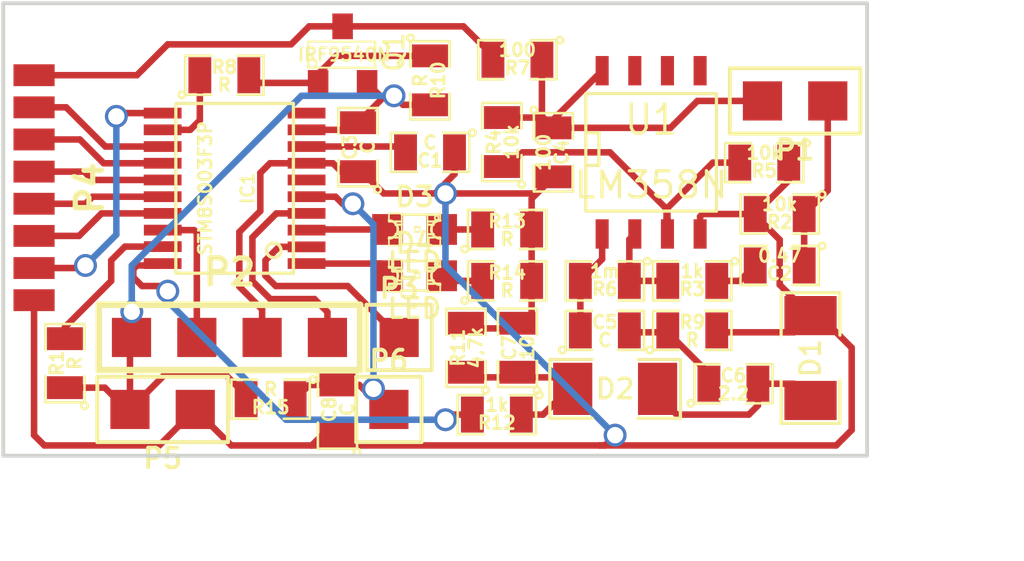
<source format=kicad_pcb>
(kicad_pcb (version 3) (host pcbnew "(2013-jul-07)-stable")

  (general
    (links 67)
    (no_connects 0)
    (area 251.3774 19.324999 295.37262 193.2)
    (thickness 1.6)
    (drawings 6)
    (tracks 224)
    (zones 0)
    (modules 36)
    (nets 32)
  )

  (page A4)
  (layers
    (15 F.Cu signal)
    (0 B.Cu signal)
    (16 B.Adhes user)
    (17 F.Adhes user)
    (18 B.Paste user)
    (19 F.Paste user)
    (20 B.SilkS user)
    (21 F.SilkS user)
    (22 B.Mask user)
    (23 F.Mask user)
    (24 Dwgs.User user)
    (25 Cmts.User user)
    (26 Eco1.User user)
    (27 Eco2.User user)
    (28 Edge.Cuts user)
  )

  (setup
    (last_trace_width 0.254)
    (trace_clearance 0.254)
    (zone_clearance 0.508)
    (zone_45_only no)
    (trace_min 0.254)
    (segment_width 0.2)
    (edge_width 0.15)
    (via_size 0.889)
    (via_drill 0.635)
    (via_min_size 0.889)
    (via_min_drill 0.508)
    (uvia_size 0.508)
    (uvia_drill 0.127)
    (uvias_allowed no)
    (uvia_min_size 0.508)
    (uvia_min_drill 0.127)
    (pcb_text_width 0.3)
    (pcb_text_size 1 1)
    (mod_edge_width 0.15)
    (mod_text_size 1 1)
    (mod_text_width 0.15)
    (pad_size 1.524 1.524)
    (pad_drill 0)
    (pad_to_mask_clearance 0)
    (aux_axis_origin 0 0)
    (visible_elements FFFFFFBF)
    (pcbplotparams
      (layerselection 32768)
      (usegerberextensions false)
      (excludeedgelayer false)
      (linewidth 0.150000)
      (plotframeref false)
      (viasonmask false)
      (mode 1)
      (useauxorigin false)
      (hpglpennumber 1)
      (hpglpenspeed 20)
      (hpglpendiameter 15)
      (hpglpenoverlay 2)
      (psnegative false)
      (psa4output false)
      (plotreference true)
      (plotvalue true)
      (plotothertext true)
      (plotinvisibletext false)
      (padsonsilk false)
      (subtractmaskfromsilk false)
      (outputformat 2)
      (mirror true)
      (drillshape 1)
      (scaleselection 1)
      (outputdirectory ""))
  )

  (net 0 "")
  (net 1 /CSN)
  (net 2 /GDO0)
  (net 3 /GDO1_SO)
  (net 4 /GDO2)
  (net 5 /KEY)
  (net 6 /LED_PWR)
  (net 7 /LED_STATE)
  (net 8 /NRST)
  (net 9 /PWR_CTL)
  (net 10 /PWR_SENS)
  (net 11 /P_VREF)
  (net 12 /SCK)
  (net 13 /SI)
  (net 14 /SIG_IN)
  (net 15 /SWIM)
  (net 16 /UART_TX)
  (net 17 GND)
  (net 18 N-000001)
  (net 19 N-0000016)
  (net 20 N-0000017)
  (net 21 N-0000018)
  (net 22 N-0000019)
  (net 23 N-000002)
  (net 24 N-0000021)
  (net 25 N-000003)
  (net 26 N-000004)
  (net 27 N-000005)
  (net 28 N-000006)
  (net 29 N-000007)
  (net 30 N-000008)
  (net 31 VCC)

  (net_class Default "Это класс цепей по умолчанию."
    (clearance 0.254)
    (trace_width 0.254)
    (via_dia 0.889)
    (via_drill 0.635)
    (uvia_dia 0.508)
    (uvia_drill 0.127)
    (add_net "")
    (add_net /CSN)
    (add_net /GDO0)
    (add_net /GDO1_SO)
    (add_net /GDO2)
    (add_net /KEY)
    (add_net /LED_PWR)
    (add_net /LED_STATE)
    (add_net /NRST)
    (add_net /PWR_CTL)
    (add_net /PWR_SENS)
    (add_net /P_VREF)
    (add_net /SCK)
    (add_net /SI)
    (add_net /SIG_IN)
    (add_net /SWIM)
    (add_net /UART_TX)
    (add_net GND)
    (add_net N-000001)
    (add_net N-0000016)
    (add_net N-0000017)
    (add_net N-0000018)
    (add_net N-0000019)
    (add_net N-000002)
    (add_net N-0000021)
    (add_net N-000003)
    (add_net N-000004)
    (add_net N-000005)
    (add_net N-000006)
    (add_net N-000007)
    (add_net N-000008)
    (add_net VCC)
  )

  (module tssop-20 (layer F.Cu) (tedit 49E9CFE4) (tstamp 55539A65)
    (at 176.4 97 90)
    (descr TSSOP-20)
    (path /554CF6C4)
    (fp_text reference IC1 (at 0 0.508 90) (layer F.SilkS)
      (effects (font (size 0.50038 0.50038) (thickness 0.09906)))
    )
    (fp_text value STM8S003F3P (at 0 -1.143 90) (layer F.SilkS)
      (effects (font (size 0.50038 0.50038) (thickness 0.09906)))
    )
    (fp_line (start 3.302 -2.286) (end -3.302 -2.286) (layer F.SilkS) (width 0.127))
    (fp_line (start -3.302 -2.286) (end -3.302 2.286) (layer F.SilkS) (width 0.127))
    (fp_line (start -3.302 2.286) (end 3.302 2.286) (layer F.SilkS) (width 0.127))
    (fp_line (start 3.302 2.286) (end 3.302 -2.286) (layer F.SilkS) (width 0.127))
    (fp_circle (center -2.413 1.524) (end -2.54 1.778) (layer F.SilkS) (width 0.127))
    (pad 5 smd rect (at -0.32512 2.79908 90) (size 0.4191 1.47066)
      (layers F.Cu F.Paste F.Mask)
      (net 5 /KEY)
    )
    (pad 6 smd rect (at 0.32512 2.79908 90) (size 0.4191 1.47066)
      (layers F.Cu F.Paste F.Mask)
    )
    (pad 7 smd rect (at 0.97536 2.79908 90) (size 0.4191 1.47066)
      (layers F.Cu F.Paste F.Mask)
      (net 17 GND)
    )
    (pad 8 smd rect (at 1.6256 2.79908 90) (size 0.4191 1.47066)
      (layers F.Cu F.Paste F.Mask)
      (net 24 N-0000021)
    )
    (pad 19 smd rect (at -2.26568 -2.794 90) (size 0.4191 1.47066)
      (layers F.Cu F.Paste F.Mask)
      (net 10 /PWR_SENS)
    )
    (pad 2 smd rect (at -2.27584 2.79908 90) (size 0.4191 1.47066)
      (layers F.Cu F.Paste F.Mask)
      (net 16 /UART_TX)
    )
    (pad 3 smd rect (at -1.6256 2.79908 90) (size 0.4191 1.47066)
      (layers F.Cu F.Paste F.Mask)
      (net 7 /LED_STATE)
    )
    (pad 4 smd rect (at -0.97536 2.79908 90) (size 0.4191 1.47066)
      (layers F.Cu F.Paste F.Mask)
      (net 8 /NRST)
    )
    (pad 12 smd rect (at 2.27584 -2.79908 90) (size 0.4191 1.47066)
      (layers F.Cu F.Paste F.Mask)
      (net 9 /PWR_CTL)
    )
    (pad 13 smd rect (at 1.6256 -2.79908 90) (size 0.4191 1.47066)
      (layers F.Cu F.Paste F.Mask)
      (net 2 /GDO0)
    )
    (pad 14 smd rect (at 0.97536 -2.79908 90) (size 0.4191 1.47066)
      (layers F.Cu F.Paste F.Mask)
      (net 1 /CSN)
    )
    (pad 15 smd rect (at 0.32512 -2.79908 90) (size 0.4191 1.47066)
      (layers F.Cu F.Paste F.Mask)
      (net 12 /SCK)
    )
    (pad 16 smd rect (at -0.32512 -2.79908 90) (size 0.4191 1.47066)
      (layers F.Cu F.Paste F.Mask)
      (net 13 /SI)
    )
    (pad 17 smd rect (at -0.97536 -2.79908 90) (size 0.4191 1.47066)
      (layers F.Cu F.Paste F.Mask)
      (net 3 /GDO1_SO)
    )
    (pad 9 smd rect (at 2.27584 2.79908 90) (size 0.4191 1.47066)
      (layers F.Cu F.Paste F.Mask)
      (net 31 VCC)
    )
    (pad 18 smd rect (at -1.6256 -2.794 90) (size 0.4191 1.47066)
      (layers F.Cu F.Paste F.Mask)
      (net 15 /SWIM)
    )
    (pad 1 smd rect (at -2.92608 2.79908 90) (size 0.4191 1.47066)
      (layers F.Cu F.Paste F.Mask)
      (net 6 /LED_PWR)
    )
    (pad 10 smd rect (at 2.92608 2.79908 90) (size 0.4191 1.47066)
      (layers F.Cu F.Paste F.Mask)
    )
    (pad 11 smd rect (at 2.92608 -2.79908 90) (size 0.4191 1.47066)
      (layers F.Cu F.Paste F.Mask)
      (net 4 /GDO2)
    )
    (pad 20 smd rect (at -2.92608 -2.79908 90) (size 0.4191 1.47066)
      (layers F.Cu F.Paste F.Mask)
      (net 14 /SIG_IN)
    )
    (model smd/smd_dil/tssop-20.wrl
      (at (xyz 0 0 0))
      (scale (xyz 1 1 1))
      (rotate (xyz 0 0 0))
    )
  )

  (module SOT23 (layer F.Cu) (tedit 555622BF) (tstamp 55539A82)
    (at 180.6 91.8)
    (tags SOT23)
    (path /55538B37)
    (fp_text reference Q1 (at 1.99898 -0.09906 90) (layer F.SilkS)
      (effects (font (size 0.762 0.762) (thickness 0.11938)))
    )
    (fp_text value IRF9540N (at 0.0635 0) (layer F.SilkS)
      (effects (font (size 0.50038 0.50038) (thickness 0.09906)))
    )
    (fp_circle (center -1.17602 0.35052) (end -1.30048 0.44958) (layer F.SilkS) (width 0.07874))
    (fp_line (start 1.27 -0.508) (end 1.27 0.508) (layer F.SilkS) (width 0.07874))
    (fp_line (start -1.3335 -0.508) (end -1.3335 0.508) (layer F.SilkS) (width 0.07874))
    (fp_line (start 1.27 0.508) (end -1.3335 0.508) (layer F.SilkS) (width 0.07874))
    (fp_line (start -1.3335 -0.508) (end 1.27 -0.508) (layer F.SilkS) (width 0.07874))
    (pad 1 smd rect (at 0 -1.09982) (size 0.8001 1.00076)
      (layers F.Cu F.Paste F.Mask)
      (net 11 /P_VREF)
    )
    (pad 3 smd rect (at 0.9525 1.09982) (size 0.8001 1.00076)
      (layers F.Cu F.Paste F.Mask)
      (net 31 VCC)
    )
    (pad 2 smd rect (at -0.9525 1.09982) (size 0.8001 1.00076)
      (layers F.Cu F.Paste F.Mask)
      (net 22 N-0000019)
    )
    (model smd\SOT23_3.wrl
      (at (xyz 0 0 0))
      (scale (xyz 0.4 0.4 0.4))
      (rotate (xyz 0 0 180))
    )
  )

  (module SM1206 (layer F.Cu) (tedit 42806E24) (tstamp 55539A8E)
    (at 191.2 104.8 180)
    (path /554CF9D8)
    (attr smd)
    (fp_text reference D2 (at 0 0 180) (layer F.SilkS)
      (effects (font (size 0.762 0.762) (thickness 0.127)))
    )
    (fp_text value DIODE (at 0 0 180) (layer F.SilkS) hide
      (effects (font (size 0.762 0.762) (thickness 0.127)))
    )
    (fp_line (start -2.54 -1.143) (end -2.54 1.143) (layer F.SilkS) (width 0.127))
    (fp_line (start -2.54 1.143) (end -0.889 1.143) (layer F.SilkS) (width 0.127))
    (fp_line (start 0.889 -1.143) (end 2.54 -1.143) (layer F.SilkS) (width 0.127))
    (fp_line (start 2.54 -1.143) (end 2.54 1.143) (layer F.SilkS) (width 0.127))
    (fp_line (start 2.54 1.143) (end 0.889 1.143) (layer F.SilkS) (width 0.127))
    (fp_line (start -0.889 -1.143) (end -2.54 -1.143) (layer F.SilkS) (width 0.127))
    (pad 1 smd rect (at -1.651 0 180) (size 1.524 2.032)
      (layers F.Cu F.Paste F.Mask)
      (net 23 N-000002)
    )
    (pad 2 smd rect (at 1.651 0 180) (size 1.524 2.032)
      (layers F.Cu F.Paste F.Mask)
      (net 29 N-000007)
    )
    (model smd/chip_cms.wrl
      (at (xyz 0 0 0))
      (scale (xyz 0.17 0.16 0.16))
      (rotate (xyz 0 0 0))
    )
  )

  (module SM1206 (layer F.Cu) (tedit 42806E24) (tstamp 55539A9A)
    (at 198.8 103.6 270)
    (path /554CF9EA)
    (attr smd)
    (fp_text reference D1 (at 0 0 270) (layer F.SilkS)
      (effects (font (size 0.762 0.762) (thickness 0.127)))
    )
    (fp_text value DIODE (at 0 0 270) (layer F.SilkS) hide
      (effects (font (size 0.762 0.762) (thickness 0.127)))
    )
    (fp_line (start -2.54 -1.143) (end -2.54 1.143) (layer F.SilkS) (width 0.127))
    (fp_line (start -2.54 1.143) (end -0.889 1.143) (layer F.SilkS) (width 0.127))
    (fp_line (start 0.889 -1.143) (end 2.54 -1.143) (layer F.SilkS) (width 0.127))
    (fp_line (start 2.54 -1.143) (end 2.54 1.143) (layer F.SilkS) (width 0.127))
    (fp_line (start 2.54 1.143) (end 0.889 1.143) (layer F.SilkS) (width 0.127))
    (fp_line (start -0.889 -1.143) (end -2.54 -1.143) (layer F.SilkS) (width 0.127))
    (pad 1 smd rect (at -1.651 0 270) (size 1.524 2.032)
      (layers F.Cu F.Paste F.Mask)
      (net 17 GND)
    )
    (pad 2 smd rect (at 1.651 0 270) (size 1.524 2.032)
      (layers F.Cu F.Paste F.Mask)
      (net 23 N-000002)
    )
    (model smd/chip_cms.wrl
      (at (xyz 0 0 0))
      (scale (xyz 0.17 0.16 0.16))
      (rotate (xyz 0 0 0))
    )
  )

  (module SM0805 (layer F.Cu) (tedit 5091495C) (tstamp 55539AA7)
    (at 186.6 105.8 180)
    (path /554CFA16)
    (attr smd)
    (fp_text reference R12 (at 0 -0.3175 180) (layer F.SilkS)
      (effects (font (size 0.50038 0.50038) (thickness 0.10922)))
    )
    (fp_text value 1k (at 0 0.381 180) (layer F.SilkS)
      (effects (font (size 0.50038 0.50038) (thickness 0.10922)))
    )
    (fp_circle (center -1.651 0.762) (end -1.651 0.635) (layer F.SilkS) (width 0.09906))
    (fp_line (start -0.508 0.762) (end -1.524 0.762) (layer F.SilkS) (width 0.09906))
    (fp_line (start -1.524 0.762) (end -1.524 -0.762) (layer F.SilkS) (width 0.09906))
    (fp_line (start -1.524 -0.762) (end -0.508 -0.762) (layer F.SilkS) (width 0.09906))
    (fp_line (start 0.508 -0.762) (end 1.524 -0.762) (layer F.SilkS) (width 0.09906))
    (fp_line (start 1.524 -0.762) (end 1.524 0.762) (layer F.SilkS) (width 0.09906))
    (fp_line (start 1.524 0.762) (end 0.508 0.762) (layer F.SilkS) (width 0.09906))
    (pad 1 smd rect (at -0.9525 0 180) (size 0.889 1.397)
      (layers F.Cu F.Paste F.Mask)
      (net 29 N-000007)
    )
    (pad 2 smd rect (at 0.9525 0 180) (size 0.889 1.397)
      (layers F.Cu F.Paste F.Mask)
      (net 14 /SIG_IN)
    )
    (model smd/chip_cms.wrl
      (at (xyz 0 0 0))
      (scale (xyz 0.1 0.1 0.1))
      (rotate (xyz 0 0 0))
    )
  )

  (module SM0805 (layer F.Cu) (tedit 5091495C) (tstamp 55539AB4)
    (at 176 92.6)
    (path /55538BA8)
    (attr smd)
    (fp_text reference R8 (at 0 -0.3175) (layer F.SilkS)
      (effects (font (size 0.50038 0.50038) (thickness 0.10922)))
    )
    (fp_text value R (at 0 0.381) (layer F.SilkS)
      (effects (font (size 0.50038 0.50038) (thickness 0.10922)))
    )
    (fp_circle (center -1.651 0.762) (end -1.651 0.635) (layer F.SilkS) (width 0.09906))
    (fp_line (start -0.508 0.762) (end -1.524 0.762) (layer F.SilkS) (width 0.09906))
    (fp_line (start -1.524 0.762) (end -1.524 -0.762) (layer F.SilkS) (width 0.09906))
    (fp_line (start -1.524 -0.762) (end -0.508 -0.762) (layer F.SilkS) (width 0.09906))
    (fp_line (start 0.508 -0.762) (end 1.524 -0.762) (layer F.SilkS) (width 0.09906))
    (fp_line (start 1.524 -0.762) (end 1.524 0.762) (layer F.SilkS) (width 0.09906))
    (fp_line (start 1.524 0.762) (end 0.508 0.762) (layer F.SilkS) (width 0.09906))
    (pad 1 smd rect (at -0.9525 0) (size 0.889 1.397)
      (layers F.Cu F.Paste F.Mask)
      (net 9 /PWR_CTL)
    )
    (pad 2 smd rect (at 0.9525 0) (size 0.889 1.397)
      (layers F.Cu F.Paste F.Mask)
      (net 22 N-0000019)
    )
    (model smd/chip_cms.wrl
      (at (xyz 0 0 0))
      (scale (xyz 0.1 0.1 0.1))
      (rotate (xyz 0 0 0))
    )
  )

  (module SM0805 (layer F.Cu) (tedit 5091495C) (tstamp 55539AC1)
    (at 184 92.8 270)
    (path /55538BA2)
    (attr smd)
    (fp_text reference R10 (at 0 -0.3175 270) (layer F.SilkS)
      (effects (font (size 0.50038 0.50038) (thickness 0.10922)))
    )
    (fp_text value R (at 0 0.381 270) (layer F.SilkS)
      (effects (font (size 0.50038 0.50038) (thickness 0.10922)))
    )
    (fp_circle (center -1.651 0.762) (end -1.651 0.635) (layer F.SilkS) (width 0.09906))
    (fp_line (start -0.508 0.762) (end -1.524 0.762) (layer F.SilkS) (width 0.09906))
    (fp_line (start -1.524 0.762) (end -1.524 -0.762) (layer F.SilkS) (width 0.09906))
    (fp_line (start -1.524 -0.762) (end -0.508 -0.762) (layer F.SilkS) (width 0.09906))
    (fp_line (start 0.508 -0.762) (end 1.524 -0.762) (layer F.SilkS) (width 0.09906))
    (fp_line (start 1.524 -0.762) (end 1.524 0.762) (layer F.SilkS) (width 0.09906))
    (fp_line (start 1.524 0.762) (end 0.508 0.762) (layer F.SilkS) (width 0.09906))
    (pad 1 smd rect (at -0.9525 0 270) (size 0.889 1.397)
      (layers F.Cu F.Paste F.Mask)
      (net 22 N-0000019)
    )
    (pad 2 smd rect (at 0.9525 0 270) (size 0.889 1.397)
      (layers F.Cu F.Paste F.Mask)
      (net 31 VCC)
    )
    (model smd/chip_cms.wrl
      (at (xyz 0 0 0))
      (scale (xyz 0.1 0.1 0.1))
      (rotate (xyz 0 0 0))
    )
  )

  (module SM0805 (layer F.Cu) (tedit 5091495C) (tstamp 55539ACE)
    (at 169.8 103.8 90)
    (path /554FB4DC)
    (attr smd)
    (fp_text reference R1 (at 0 -0.3175 90) (layer F.SilkS)
      (effects (font (size 0.50038 0.50038) (thickness 0.10922)))
    )
    (fp_text value R (at 0 0.381 90) (layer F.SilkS)
      (effects (font (size 0.50038 0.50038) (thickness 0.10922)))
    )
    (fp_circle (center -1.651 0.762) (end -1.651 0.635) (layer F.SilkS) (width 0.09906))
    (fp_line (start -0.508 0.762) (end -1.524 0.762) (layer F.SilkS) (width 0.09906))
    (fp_line (start -1.524 0.762) (end -1.524 -0.762) (layer F.SilkS) (width 0.09906))
    (fp_line (start -1.524 -0.762) (end -0.508 -0.762) (layer F.SilkS) (width 0.09906))
    (fp_line (start 0.508 -0.762) (end 1.524 -0.762) (layer F.SilkS) (width 0.09906))
    (fp_line (start 1.524 -0.762) (end 1.524 0.762) (layer F.SilkS) (width 0.09906))
    (fp_line (start 1.524 0.762) (end 0.508 0.762) (layer F.SilkS) (width 0.09906))
    (pad 1 smd rect (at -0.9525 0 90) (size 0.889 1.397)
      (layers F.Cu F.Paste F.Mask)
      (net 31 VCC)
    )
    (pad 2 smd rect (at 0.9525 0 90) (size 0.889 1.397)
      (layers F.Cu F.Paste F.Mask)
      (net 10 /PWR_SENS)
    )
    (model smd/chip_cms.wrl
      (at (xyz 0 0 0))
      (scale (xyz 0.1 0.1 0.1))
      (rotate (xyz 0 0 0))
    )
  )

  (module SM0805 (layer F.Cu) (tedit 5091495C) (tstamp 55539ADB)
    (at 187 98.6)
    (path /554FB4CF)
    (attr smd)
    (fp_text reference R13 (at 0 -0.3175) (layer F.SilkS)
      (effects (font (size 0.50038 0.50038) (thickness 0.10922)))
    )
    (fp_text value R (at 0 0.381) (layer F.SilkS)
      (effects (font (size 0.50038 0.50038) (thickness 0.10922)))
    )
    (fp_circle (center -1.651 0.762) (end -1.651 0.635) (layer F.SilkS) (width 0.09906))
    (fp_line (start -0.508 0.762) (end -1.524 0.762) (layer F.SilkS) (width 0.09906))
    (fp_line (start -1.524 0.762) (end -1.524 -0.762) (layer F.SilkS) (width 0.09906))
    (fp_line (start -1.524 -0.762) (end -0.508 -0.762) (layer F.SilkS) (width 0.09906))
    (fp_line (start 0.508 -0.762) (end 1.524 -0.762) (layer F.SilkS) (width 0.09906))
    (fp_line (start 1.524 -0.762) (end 1.524 0.762) (layer F.SilkS) (width 0.09906))
    (fp_line (start 1.524 0.762) (end 0.508 0.762) (layer F.SilkS) (width 0.09906))
    (pad 1 smd rect (at -0.9525 0) (size 0.889 1.397)
      (layers F.Cu F.Paste F.Mask)
      (net 20 N-0000017)
    )
    (pad 2 smd rect (at 0.9525 0) (size 0.889 1.397)
      (layers F.Cu F.Paste F.Mask)
      (net 17 GND)
    )
    (model smd/chip_cms.wrl
      (at (xyz 0 0 0))
      (scale (xyz 0.1 0.1 0.1))
      (rotate (xyz 0 0 0))
    )
  )

  (module SM0805 (layer F.Cu) (tedit 5091495C) (tstamp 55539AE8)
    (at 187 100.6)
    (path /554FA913)
    (attr smd)
    (fp_text reference R14 (at 0 -0.3175) (layer F.SilkS)
      (effects (font (size 0.50038 0.50038) (thickness 0.10922)))
    )
    (fp_text value R (at 0 0.381) (layer F.SilkS)
      (effects (font (size 0.50038 0.50038) (thickness 0.10922)))
    )
    (fp_circle (center -1.651 0.762) (end -1.651 0.635) (layer F.SilkS) (width 0.09906))
    (fp_line (start -0.508 0.762) (end -1.524 0.762) (layer F.SilkS) (width 0.09906))
    (fp_line (start -1.524 0.762) (end -1.524 -0.762) (layer F.SilkS) (width 0.09906))
    (fp_line (start -1.524 -0.762) (end -0.508 -0.762) (layer F.SilkS) (width 0.09906))
    (fp_line (start 0.508 -0.762) (end 1.524 -0.762) (layer F.SilkS) (width 0.09906))
    (fp_line (start 1.524 -0.762) (end 1.524 0.762) (layer F.SilkS) (width 0.09906))
    (fp_line (start 1.524 0.762) (end 0.508 0.762) (layer F.SilkS) (width 0.09906))
    (pad 1 smd rect (at -0.9525 0) (size 0.889 1.397)
      (layers F.Cu F.Paste F.Mask)
      (net 21 N-0000018)
    )
    (pad 2 smd rect (at 0.9525 0) (size 0.889 1.397)
      (layers F.Cu F.Paste F.Mask)
      (net 17 GND)
    )
    (model smd/chip_cms.wrl
      (at (xyz 0 0 0))
      (scale (xyz 0.1 0.1 0.1))
      (rotate (xyz 0 0 0))
    )
  )

  (module SM0805 (layer F.Cu) (tedit 5091495C) (tstamp 55539AF5)
    (at 181.2 95.4 90)
    (path /554FA7D1)
    (attr smd)
    (fp_text reference C3 (at 0 -0.3175 90) (layer F.SilkS)
      (effects (font (size 0.50038 0.50038) (thickness 0.10922)))
    )
    (fp_text value C (at 0 0.381 90) (layer F.SilkS)
      (effects (font (size 0.50038 0.50038) (thickness 0.10922)))
    )
    (fp_circle (center -1.651 0.762) (end -1.651 0.635) (layer F.SilkS) (width 0.09906))
    (fp_line (start -0.508 0.762) (end -1.524 0.762) (layer F.SilkS) (width 0.09906))
    (fp_line (start -1.524 0.762) (end -1.524 -0.762) (layer F.SilkS) (width 0.09906))
    (fp_line (start -1.524 -0.762) (end -0.508 -0.762) (layer F.SilkS) (width 0.09906))
    (fp_line (start 0.508 -0.762) (end 1.524 -0.762) (layer F.SilkS) (width 0.09906))
    (fp_line (start 1.524 -0.762) (end 1.524 0.762) (layer F.SilkS) (width 0.09906))
    (fp_line (start 1.524 0.762) (end 0.508 0.762) (layer F.SilkS) (width 0.09906))
    (pad 1 smd rect (at -0.9525 0 90) (size 0.889 1.397)
      (layers F.Cu F.Paste F.Mask)
      (net 17 GND)
    )
    (pad 2 smd rect (at 0.9525 0 90) (size 0.889 1.397)
      (layers F.Cu F.Paste F.Mask)
      (net 31 VCC)
    )
    (model smd/chip_cms.wrl
      (at (xyz 0 0 0))
      (scale (xyz 0.1 0.1 0.1))
      (rotate (xyz 0 0 0))
    )
  )

  (module SM0805 (layer F.Cu) (tedit 5091495C) (tstamp 5556898D)
    (at 184 95.6 180)
    (path /554FA72E)
    (attr smd)
    (fp_text reference C1 (at 0 -0.3175 180) (layer F.SilkS)
      (effects (font (size 0.50038 0.50038) (thickness 0.10922)))
    )
    (fp_text value C (at 0 0.381 180) (layer F.SilkS)
      (effects (font (size 0.50038 0.50038) (thickness 0.10922)))
    )
    (fp_circle (center -1.651 0.762) (end -1.651 0.635) (layer F.SilkS) (width 0.09906))
    (fp_line (start -0.508 0.762) (end -1.524 0.762) (layer F.SilkS) (width 0.09906))
    (fp_line (start -1.524 0.762) (end -1.524 -0.762) (layer F.SilkS) (width 0.09906))
    (fp_line (start -1.524 -0.762) (end -0.508 -0.762) (layer F.SilkS) (width 0.09906))
    (fp_line (start 0.508 -0.762) (end 1.524 -0.762) (layer F.SilkS) (width 0.09906))
    (fp_line (start 1.524 -0.762) (end 1.524 0.762) (layer F.SilkS) (width 0.09906))
    (fp_line (start 1.524 0.762) (end 0.508 0.762) (layer F.SilkS) (width 0.09906))
    (pad 1 smd rect (at -0.9525 0 180) (size 0.889 1.397)
      (layers F.Cu F.Paste F.Mask)
      (net 17 GND)
    )
    (pad 2 smd rect (at 0.9525 0 180) (size 0.889 1.397)
      (layers F.Cu F.Paste F.Mask)
      (net 24 N-0000021)
    )
    (model smd/chip_cms.wrl
      (at (xyz 0 0 0))
      (scale (xyz 0.1 0.1 0.1))
      (rotate (xyz 0 0 0))
    )
  )

  (module SM0805 (layer F.Cu) (tedit 5091495C) (tstamp 55539B0F)
    (at 187.4 92 180)
    (path /554CFCFC)
    (attr smd)
    (fp_text reference R7 (at 0 -0.3175 180) (layer F.SilkS)
      (effects (font (size 0.50038 0.50038) (thickness 0.10922)))
    )
    (fp_text value 100 (at 0 0.381 180) (layer F.SilkS)
      (effects (font (size 0.50038 0.50038) (thickness 0.10922)))
    )
    (fp_circle (center -1.651 0.762) (end -1.651 0.635) (layer F.SilkS) (width 0.09906))
    (fp_line (start -0.508 0.762) (end -1.524 0.762) (layer F.SilkS) (width 0.09906))
    (fp_line (start -1.524 0.762) (end -1.524 -0.762) (layer F.SilkS) (width 0.09906))
    (fp_line (start -1.524 -0.762) (end -0.508 -0.762) (layer F.SilkS) (width 0.09906))
    (fp_line (start 0.508 -0.762) (end 1.524 -0.762) (layer F.SilkS) (width 0.09906))
    (fp_line (start 1.524 -0.762) (end 1.524 0.762) (layer F.SilkS) (width 0.09906))
    (fp_line (start 1.524 0.762) (end 0.508 0.762) (layer F.SilkS) (width 0.09906))
    (pad 1 smd rect (at -0.9525 0 180) (size 0.889 1.397)
      (layers F.Cu F.Paste F.Mask)
      (net 30 N-000008)
    )
    (pad 2 smd rect (at 0.9525 0 180) (size 0.889 1.397)
      (layers F.Cu F.Paste F.Mask)
      (net 11 /P_VREF)
    )
    (model smd/chip_cms.wrl
      (at (xyz 0 0 0))
      (scale (xyz 0.1 0.1 0.1))
      (rotate (xyz 0 0 0))
    )
  )

  (module SM0805 (layer F.Cu) (tedit 5091495C) (tstamp 55539B1C)
    (at 188.8 95.6 270)
    (path /554CFCF0)
    (attr smd)
    (fp_text reference C4 (at 0 -0.3175 270) (layer F.SilkS)
      (effects (font (size 0.50038 0.50038) (thickness 0.10922)))
    )
    (fp_text value 100 (at 0 0.381 270) (layer F.SilkS)
      (effects (font (size 0.50038 0.50038) (thickness 0.10922)))
    )
    (fp_circle (center -1.651 0.762) (end -1.651 0.635) (layer F.SilkS) (width 0.09906))
    (fp_line (start -0.508 0.762) (end -1.524 0.762) (layer F.SilkS) (width 0.09906))
    (fp_line (start -1.524 0.762) (end -1.524 -0.762) (layer F.SilkS) (width 0.09906))
    (fp_line (start -1.524 -0.762) (end -0.508 -0.762) (layer F.SilkS) (width 0.09906))
    (fp_line (start 0.508 -0.762) (end 1.524 -0.762) (layer F.SilkS) (width 0.09906))
    (fp_line (start 1.524 -0.762) (end 1.524 0.762) (layer F.SilkS) (width 0.09906))
    (fp_line (start 1.524 0.762) (end 0.508 0.762) (layer F.SilkS) (width 0.09906))
    (pad 1 smd rect (at -0.9525 0 270) (size 0.889 1.397)
      (layers F.Cu F.Paste F.Mask)
      (net 30 N-000008)
    )
    (pad 2 smd rect (at 0.9525 0 270) (size 0.889 1.397)
      (layers F.Cu F.Paste F.Mask)
      (net 17 GND)
    )
    (model smd/chip_cms.wrl
      (at (xyz 0 0 0))
      (scale (xyz 0.1 0.1 0.1))
      (rotate (xyz 0 0 0))
    )
  )

  (module SM0805 (layer F.Cu) (tedit 5091495C) (tstamp 55539B29)
    (at 187.4 103.2 90)
    (path /554CF9F8)
    (attr smd)
    (fp_text reference C7 (at 0 -0.3175 90) (layer F.SilkS)
      (effects (font (size 0.50038 0.50038) (thickness 0.10922)))
    )
    (fp_text value 10 (at 0 0.381 90) (layer F.SilkS)
      (effects (font (size 0.50038 0.50038) (thickness 0.10922)))
    )
    (fp_circle (center -1.651 0.762) (end -1.651 0.635) (layer F.SilkS) (width 0.09906))
    (fp_line (start -0.508 0.762) (end -1.524 0.762) (layer F.SilkS) (width 0.09906))
    (fp_line (start -1.524 0.762) (end -1.524 -0.762) (layer F.SilkS) (width 0.09906))
    (fp_line (start -1.524 -0.762) (end -0.508 -0.762) (layer F.SilkS) (width 0.09906))
    (fp_line (start 0.508 -0.762) (end 1.524 -0.762) (layer F.SilkS) (width 0.09906))
    (fp_line (start 1.524 -0.762) (end 1.524 0.762) (layer F.SilkS) (width 0.09906))
    (fp_line (start 1.524 0.762) (end 0.508 0.762) (layer F.SilkS) (width 0.09906))
    (pad 1 smd rect (at -0.9525 0 90) (size 0.889 1.397)
      (layers F.Cu F.Paste F.Mask)
      (net 29 N-000007)
    )
    (pad 2 smd rect (at 0.9525 0 90) (size 0.889 1.397)
      (layers F.Cu F.Paste F.Mask)
      (net 17 GND)
    )
    (model smd/chip_cms.wrl
      (at (xyz 0 0 0))
      (scale (xyz 0.1 0.1 0.1))
      (rotate (xyz 0 0 0))
    )
  )

  (module SM0805 (layer F.Cu) (tedit 5091495C) (tstamp 55539B36)
    (at 197.6 98 180)
    (path /554CF8C1)
    (attr smd)
    (fp_text reference R2 (at 0 -0.3175 180) (layer F.SilkS)
      (effects (font (size 0.50038 0.50038) (thickness 0.10922)))
    )
    (fp_text value 10k (at 0 0.381 180) (layer F.SilkS)
      (effects (font (size 0.50038 0.50038) (thickness 0.10922)))
    )
    (fp_circle (center -1.651 0.762) (end -1.651 0.635) (layer F.SilkS) (width 0.09906))
    (fp_line (start -0.508 0.762) (end -1.524 0.762) (layer F.SilkS) (width 0.09906))
    (fp_line (start -1.524 0.762) (end -1.524 -0.762) (layer F.SilkS) (width 0.09906))
    (fp_line (start -1.524 -0.762) (end -0.508 -0.762) (layer F.SilkS) (width 0.09906))
    (fp_line (start 0.508 -0.762) (end 1.524 -0.762) (layer F.SilkS) (width 0.09906))
    (fp_line (start 1.524 -0.762) (end 1.524 0.762) (layer F.SilkS) (width 0.09906))
    (fp_line (start 1.524 0.762) (end 0.508 0.762) (layer F.SilkS) (width 0.09906))
    (pad 1 smd rect (at -0.9525 0 180) (size 0.889 1.397)
      (layers F.Cu F.Paste F.Mask)
      (net 19 N-0000016)
    )
    (pad 2 smd rect (at 0.9525 0 180) (size 0.889 1.397)
      (layers F.Cu F.Paste F.Mask)
      (net 17 GND)
    )
    (model smd/chip_cms.wrl
      (at (xyz 0 0 0))
      (scale (xyz 0.1 0.1 0.1))
      (rotate (xyz 0 0 0))
    )
  )

  (module SM0805 (layer F.Cu) (tedit 5091495C) (tstamp 55539B43)
    (at 197.6 100 180)
    (path /554CF8D0)
    (attr smd)
    (fp_text reference C2 (at 0 -0.3175 180) (layer F.SilkS)
      (effects (font (size 0.50038 0.50038) (thickness 0.10922)))
    )
    (fp_text value 0.47 (at 0 0.381 180) (layer F.SilkS)
      (effects (font (size 0.50038 0.50038) (thickness 0.10922)))
    )
    (fp_circle (center -1.651 0.762) (end -1.651 0.635) (layer F.SilkS) (width 0.09906))
    (fp_line (start -0.508 0.762) (end -1.524 0.762) (layer F.SilkS) (width 0.09906))
    (fp_line (start -1.524 0.762) (end -1.524 -0.762) (layer F.SilkS) (width 0.09906))
    (fp_line (start -1.524 -0.762) (end -0.508 -0.762) (layer F.SilkS) (width 0.09906))
    (fp_line (start 0.508 -0.762) (end 1.524 -0.762) (layer F.SilkS) (width 0.09906))
    (fp_line (start 1.524 -0.762) (end 1.524 0.762) (layer F.SilkS) (width 0.09906))
    (fp_line (start 1.524 0.762) (end 0.508 0.762) (layer F.SilkS) (width 0.09906))
    (pad 1 smd rect (at -0.9525 0 180) (size 0.889 1.397)
      (layers F.Cu F.Paste F.Mask)
      (net 19 N-0000016)
    )
    (pad 2 smd rect (at 0.9525 0 180) (size 0.889 1.397)
      (layers F.Cu F.Paste F.Mask)
      (net 28 N-000006)
    )
    (model smd/chip_cms.wrl
      (at (xyz 0 0 0))
      (scale (xyz 0.1 0.1 0.1))
      (rotate (xyz 0 0 0))
    )
  )

  (module SM0805 (layer F.Cu) (tedit 5091495C) (tstamp 55539B50)
    (at 194.2 100.6 180)
    (path /554CF8DF)
    (attr smd)
    (fp_text reference R3 (at 0 -0.3175 180) (layer F.SilkS)
      (effects (font (size 0.50038 0.50038) (thickness 0.10922)))
    )
    (fp_text value 1k (at 0 0.381 180) (layer F.SilkS)
      (effects (font (size 0.50038 0.50038) (thickness 0.10922)))
    )
    (fp_circle (center -1.651 0.762) (end -1.651 0.635) (layer F.SilkS) (width 0.09906))
    (fp_line (start -0.508 0.762) (end -1.524 0.762) (layer F.SilkS) (width 0.09906))
    (fp_line (start -1.524 0.762) (end -1.524 -0.762) (layer F.SilkS) (width 0.09906))
    (fp_line (start -1.524 -0.762) (end -0.508 -0.762) (layer F.SilkS) (width 0.09906))
    (fp_line (start 0.508 -0.762) (end 1.524 -0.762) (layer F.SilkS) (width 0.09906))
    (fp_line (start 1.524 -0.762) (end 1.524 0.762) (layer F.SilkS) (width 0.09906))
    (fp_line (start 1.524 0.762) (end 0.508 0.762) (layer F.SilkS) (width 0.09906))
    (pad 1 smd rect (at -0.9525 0 180) (size 0.889 1.397)
      (layers F.Cu F.Paste F.Mask)
      (net 28 N-000006)
    )
    (pad 2 smd rect (at 0.9525 0 180) (size 0.889 1.397)
      (layers F.Cu F.Paste F.Mask)
      (net 27 N-000005)
    )
    (model smd/chip_cms.wrl
      (at (xyz 0 0 0))
      (scale (xyz 0.1 0.1 0.1))
      (rotate (xyz 0 0 0))
    )
  )

  (module SM0805 (layer F.Cu) (tedit 5091495C) (tstamp 55539B5D)
    (at 186.8 95.2 90)
    (path /554CF8EE)
    (attr smd)
    (fp_text reference R4 (at 0 -0.3175 90) (layer F.SilkS)
      (effects (font (size 0.50038 0.50038) (thickness 0.10922)))
    )
    (fp_text value 10k (at 0 0.381 90) (layer F.SilkS)
      (effects (font (size 0.50038 0.50038) (thickness 0.10922)))
    )
    (fp_circle (center -1.651 0.762) (end -1.651 0.635) (layer F.SilkS) (width 0.09906))
    (fp_line (start -0.508 0.762) (end -1.524 0.762) (layer F.SilkS) (width 0.09906))
    (fp_line (start -1.524 0.762) (end -1.524 -0.762) (layer F.SilkS) (width 0.09906))
    (fp_line (start -1.524 -0.762) (end -0.508 -0.762) (layer F.SilkS) (width 0.09906))
    (fp_line (start 0.508 -0.762) (end 1.524 -0.762) (layer F.SilkS) (width 0.09906))
    (fp_line (start 1.524 -0.762) (end 1.524 0.762) (layer F.SilkS) (width 0.09906))
    (fp_line (start 1.524 0.762) (end 0.508 0.762) (layer F.SilkS) (width 0.09906))
    (pad 1 smd rect (at -0.9525 0 90) (size 0.889 1.397)
      (layers F.Cu F.Paste F.Mask)
      (net 18 N-000001)
    )
    (pad 2 smd rect (at 0.9525 0 90) (size 0.889 1.397)
      (layers F.Cu F.Paste F.Mask)
      (net 30 N-000008)
    )
    (model smd/chip_cms.wrl
      (at (xyz 0 0 0))
      (scale (xyz 0.1 0.1 0.1))
      (rotate (xyz 0 0 0))
    )
  )

  (module SM0805 (layer F.Cu) (tedit 5091495C) (tstamp 55539B6A)
    (at 197 96 180)
    (path /554CF8FB)
    (attr smd)
    (fp_text reference R5 (at 0 -0.3175 180) (layer F.SilkS)
      (effects (font (size 0.50038 0.50038) (thickness 0.10922)))
    )
    (fp_text value 10k (at 0 0.381 180) (layer F.SilkS)
      (effects (font (size 0.50038 0.50038) (thickness 0.10922)))
    )
    (fp_circle (center -1.651 0.762) (end -1.651 0.635) (layer F.SilkS) (width 0.09906))
    (fp_line (start -0.508 0.762) (end -1.524 0.762) (layer F.SilkS) (width 0.09906))
    (fp_line (start -1.524 0.762) (end -1.524 -0.762) (layer F.SilkS) (width 0.09906))
    (fp_line (start -1.524 -0.762) (end -0.508 -0.762) (layer F.SilkS) (width 0.09906))
    (fp_line (start 0.508 -0.762) (end 1.524 -0.762) (layer F.SilkS) (width 0.09906))
    (fp_line (start 1.524 -0.762) (end 1.524 0.762) (layer F.SilkS) (width 0.09906))
    (fp_line (start 1.524 0.762) (end 0.508 0.762) (layer F.SilkS) (width 0.09906))
    (pad 1 smd rect (at -0.9525 0 180) (size 0.889 1.397)
      (layers F.Cu F.Paste F.Mask)
      (net 17 GND)
    )
    (pad 2 smd rect (at 0.9525 0 180) (size 0.889 1.397)
      (layers F.Cu F.Paste F.Mask)
      (net 18 N-000001)
    )
    (model smd/chip_cms.wrl
      (at (xyz 0 0 0))
      (scale (xyz 0.1 0.1 0.1))
      (rotate (xyz 0 0 0))
    )
  )

  (module SM0805 (layer F.Cu) (tedit 5091495C) (tstamp 55539B77)
    (at 190.8 100.6 180)
    (path /554CF945)
    (attr smd)
    (fp_text reference R6 (at 0 -0.3175 180) (layer F.SilkS)
      (effects (font (size 0.50038 0.50038) (thickness 0.10922)))
    )
    (fp_text value 1m (at 0 0.381 180) (layer F.SilkS)
      (effects (font (size 0.50038 0.50038) (thickness 0.10922)))
    )
    (fp_circle (center -1.651 0.762) (end -1.651 0.635) (layer F.SilkS) (width 0.09906))
    (fp_line (start -0.508 0.762) (end -1.524 0.762) (layer F.SilkS) (width 0.09906))
    (fp_line (start -1.524 0.762) (end -1.524 -0.762) (layer F.SilkS) (width 0.09906))
    (fp_line (start -1.524 -0.762) (end -0.508 -0.762) (layer F.SilkS) (width 0.09906))
    (fp_line (start 0.508 -0.762) (end 1.524 -0.762) (layer F.SilkS) (width 0.09906))
    (fp_line (start 1.524 -0.762) (end 1.524 0.762) (layer F.SilkS) (width 0.09906))
    (fp_line (start 1.524 0.762) (end 0.508 0.762) (layer F.SilkS) (width 0.09906))
    (pad 1 smd rect (at -0.9525 0 180) (size 0.889 1.397)
      (layers F.Cu F.Paste F.Mask)
      (net 27 N-000005)
    )
    (pad 2 smd rect (at 0.9525 0 180) (size 0.889 1.397)
      (layers F.Cu F.Paste F.Mask)
      (net 26 N-000004)
    )
    (model smd/chip_cms.wrl
      (at (xyz 0 0 0))
      (scale (xyz 0.1 0.1 0.1))
      (rotate (xyz 0 0 0))
    )
  )

  (module SM0805 (layer F.Cu) (tedit 5091495C) (tstamp 55539B84)
    (at 190.8 102.525)
    (path /554CF9AA)
    (attr smd)
    (fp_text reference C5 (at 0 -0.3175) (layer F.SilkS)
      (effects (font (size 0.50038 0.50038) (thickness 0.10922)))
    )
    (fp_text value C (at 0 0.381) (layer F.SilkS)
      (effects (font (size 0.50038 0.50038) (thickness 0.10922)))
    )
    (fp_circle (center -1.651 0.762) (end -1.651 0.635) (layer F.SilkS) (width 0.09906))
    (fp_line (start -0.508 0.762) (end -1.524 0.762) (layer F.SilkS) (width 0.09906))
    (fp_line (start -1.524 0.762) (end -1.524 -0.762) (layer F.SilkS) (width 0.09906))
    (fp_line (start -1.524 -0.762) (end -0.508 -0.762) (layer F.SilkS) (width 0.09906))
    (fp_line (start 0.508 -0.762) (end 1.524 -0.762) (layer F.SilkS) (width 0.09906))
    (fp_line (start 1.524 -0.762) (end 1.524 0.762) (layer F.SilkS) (width 0.09906))
    (fp_line (start 1.524 0.762) (end 0.508 0.762) (layer F.SilkS) (width 0.09906))
    (pad 1 smd rect (at -0.9525 0) (size 0.889 1.397)
      (layers F.Cu F.Paste F.Mask)
      (net 26 N-000004)
    )
    (pad 2 smd rect (at 0.9525 0) (size 0.889 1.397)
      (layers F.Cu F.Paste F.Mask)
      (net 25 N-000003)
    )
    (model smd/chip_cms.wrl
      (at (xyz 0 0 0))
      (scale (xyz 0.1 0.1 0.1))
      (rotate (xyz 0 0 0))
    )
  )

  (module SM0805 (layer F.Cu) (tedit 5091495C) (tstamp 55539B91)
    (at 194.2 102.525)
    (path /554CF9B9)
    (attr smd)
    (fp_text reference R9 (at 0 -0.3175) (layer F.SilkS)
      (effects (font (size 0.50038 0.50038) (thickness 0.10922)))
    )
    (fp_text value R (at 0 0.381) (layer F.SilkS)
      (effects (font (size 0.50038 0.50038) (thickness 0.10922)))
    )
    (fp_circle (center -1.651 0.762) (end -1.651 0.635) (layer F.SilkS) (width 0.09906))
    (fp_line (start -0.508 0.762) (end -1.524 0.762) (layer F.SilkS) (width 0.09906))
    (fp_line (start -1.524 0.762) (end -1.524 -0.762) (layer F.SilkS) (width 0.09906))
    (fp_line (start -1.524 -0.762) (end -0.508 -0.762) (layer F.SilkS) (width 0.09906))
    (fp_line (start 0.508 -0.762) (end 1.524 -0.762) (layer F.SilkS) (width 0.09906))
    (fp_line (start 1.524 -0.762) (end 1.524 0.762) (layer F.SilkS) (width 0.09906))
    (fp_line (start 1.524 0.762) (end 0.508 0.762) (layer F.SilkS) (width 0.09906))
    (pad 1 smd rect (at -0.9525 0) (size 0.889 1.397)
      (layers F.Cu F.Paste F.Mask)
      (net 25 N-000003)
    )
    (pad 2 smd rect (at 0.9525 0) (size 0.889 1.397)
      (layers F.Cu F.Paste F.Mask)
      (net 17 GND)
    )
    (model smd/chip_cms.wrl
      (at (xyz 0 0 0))
      (scale (xyz 0.1 0.1 0.1))
      (rotate (xyz 0 0 0))
    )
  )

  (module SM0805 (layer F.Cu) (tedit 5091495C) (tstamp 55539B9E)
    (at 195.8 104.6)
    (path /554CF9C6)
    (attr smd)
    (fp_text reference C6 (at 0 -0.3175) (layer F.SilkS)
      (effects (font (size 0.50038 0.50038) (thickness 0.10922)))
    )
    (fp_text value 2.2 (at 0 0.381) (layer F.SilkS)
      (effects (font (size 0.50038 0.50038) (thickness 0.10922)))
    )
    (fp_circle (center -1.651 0.762) (end -1.651 0.635) (layer F.SilkS) (width 0.09906))
    (fp_line (start -0.508 0.762) (end -1.524 0.762) (layer F.SilkS) (width 0.09906))
    (fp_line (start -1.524 0.762) (end -1.524 -0.762) (layer F.SilkS) (width 0.09906))
    (fp_line (start -1.524 -0.762) (end -0.508 -0.762) (layer F.SilkS) (width 0.09906))
    (fp_line (start 0.508 -0.762) (end 1.524 -0.762) (layer F.SilkS) (width 0.09906))
    (fp_line (start 1.524 -0.762) (end 1.524 0.762) (layer F.SilkS) (width 0.09906))
    (fp_line (start 1.524 0.762) (end 0.508 0.762) (layer F.SilkS) (width 0.09906))
    (pad 1 smd rect (at -0.9525 0) (size 0.889 1.397)
      (layers F.Cu F.Paste F.Mask)
      (net 25 N-000003)
    )
    (pad 2 smd rect (at 0.9525 0) (size 0.889 1.397)
      (layers F.Cu F.Paste F.Mask)
      (net 23 N-000002)
    )
    (model smd/chip_cms.wrl
      (at (xyz 0 0 0))
      (scale (xyz 0.1 0.1 0.1))
      (rotate (xyz 0 0 0))
    )
  )

  (module SM0805 (layer F.Cu) (tedit 5091495C) (tstamp 55539BAB)
    (at 185.4 103.2 90)
    (path /554CFA07)
    (attr smd)
    (fp_text reference R11 (at 0 -0.3175 90) (layer F.SilkS)
      (effects (font (size 0.50038 0.50038) (thickness 0.10922)))
    )
    (fp_text value 4,7k (at 0 0.381 90) (layer F.SilkS)
      (effects (font (size 0.50038 0.50038) (thickness 0.10922)))
    )
    (fp_circle (center -1.651 0.762) (end -1.651 0.635) (layer F.SilkS) (width 0.09906))
    (fp_line (start -0.508 0.762) (end -1.524 0.762) (layer F.SilkS) (width 0.09906))
    (fp_line (start -1.524 0.762) (end -1.524 -0.762) (layer F.SilkS) (width 0.09906))
    (fp_line (start -1.524 -0.762) (end -0.508 -0.762) (layer F.SilkS) (width 0.09906))
    (fp_line (start 0.508 -0.762) (end 1.524 -0.762) (layer F.SilkS) (width 0.09906))
    (fp_line (start 1.524 -0.762) (end 1.524 0.762) (layer F.SilkS) (width 0.09906))
    (fp_line (start 1.524 0.762) (end 0.508 0.762) (layer F.SilkS) (width 0.09906))
    (pad 1 smd rect (at -0.9525 0 90) (size 0.889 1.397)
      (layers F.Cu F.Paste F.Mask)
      (net 29 N-000007)
    )
    (pad 2 smd rect (at 0.9525 0 90) (size 0.889 1.397)
      (layers F.Cu F.Paste F.Mask)
      (net 17 GND)
    )
    (model smd/chip_cms.wrl
      (at (xyz 0 0 0))
      (scale (xyz 0.1 0.1 0.1))
      (rotate (xyz 0 0 0))
    )
  )

  (module PIN_ARRAY_4x1 (layer F.Cu) (tedit 55562027) (tstamp 55539BB7)
    (at 176.2 102.8)
    (descr "Double rangee de contacts 2 x 5 pins")
    (tags CONN)
    (path /554FB682)
    (fp_text reference P2 (at 0 -2.54) (layer F.SilkS)
      (effects (font (size 1.016 1.016) (thickness 0.2032)))
    )
    (fp_text value CONN_SWIM (at 0 2.54) (layer F.SilkS) hide
      (effects (font (size 1.016 1.016) (thickness 0.2032)))
    )
    (fp_line (start 5.08 1.27) (end -5.08 1.27) (layer F.SilkS) (width 0.254))
    (fp_line (start 5.08 -1.27) (end -5.08 -1.27) (layer F.SilkS) (width 0.254))
    (fp_line (start -5.08 -1.27) (end -5.08 1.27) (layer F.SilkS) (width 0.254))
    (fp_line (start 5.08 1.27) (end 5.08 -1.27) (layer F.SilkS) (width 0.254))
    (pad 1 smd rect (at -3.81 0) (size 1.524 1.524)
      (layers F.Cu F.Paste F.Mask)
      (net 31 VCC)
    )
    (pad 2 smd rect (at -1.27 0) (size 1.524 1.524)
      (layers F.Cu F.Paste F.Mask)
      (net 15 /SWIM)
    )
    (pad 3 smd rect (at 1.27 0) (size 1.524 1.524)
      (layers F.Cu F.Paste F.Mask)
      (net 17 GND)
    )
    (pad 4 smd rect (at 3.81 0) (size 1.524 1.524)
      (layers F.Cu F.Paste F.Mask)
      (net 8 /NRST)
    )
    (model pin_array\pins_array_4x1.wrl
      (at (xyz 0 0 0))
      (scale (xyz 1 1 1))
      (rotate (xyz 0 0 0))
    )
  )

  (module PIN_ARRAY_2X1 (layer F.Cu) (tedit 55562046) (tstamp 55539BC1)
    (at 198.2 93.6 180)
    (descr "Connecteurs 2 pins")
    (tags "CONN DEV")
    (path /554CF896)
    (fp_text reference P1 (at 0 -1.905 180) (layer F.SilkS)
      (effects (font (size 0.762 0.762) (thickness 0.1524)))
    )
    (fp_text value CONN_MIC (at 0 -1.905 180) (layer F.SilkS) hide
      (effects (font (size 0.762 0.762) (thickness 0.1524)))
    )
    (fp_line (start -2.54 1.27) (end -2.54 -1.27) (layer F.SilkS) (width 0.1524))
    (fp_line (start -2.54 -1.27) (end 2.54 -1.27) (layer F.SilkS) (width 0.1524))
    (fp_line (start 2.54 -1.27) (end 2.54 1.27) (layer F.SilkS) (width 0.1524))
    (fp_line (start 2.54 1.27) (end -2.54 1.27) (layer F.SilkS) (width 0.1524))
    (pad 1 smd rect (at -1.27 0 180) (size 1.524 1.524)
      (layers F.Cu F.Paste F.Mask)
      (net 19 N-0000016)
    )
    (pad 2 smd rect (at 1.27 0 180) (size 1.524 1.524)
      (layers F.Cu F.Paste F.Mask)
      (net 30 N-000008)
    )
    (model pin_array/pins_array_2x1.wrl
      (at (xyz 0 0 0))
      (scale (xyz 1 1 1))
      (rotate (xyz 0 0 0))
    )
  )

  (module PIN_ARRAY_2X1 (layer F.Cu) (tedit 55562055) (tstamp 55539BCB)
    (at 173.6 105.6 180)
    (descr "Connecteurs 2 pins")
    (tags "CONN DEV")
    (path /55539B4B)
    (fp_text reference P5 (at 0 -1.905 180) (layer F.SilkS)
      (effects (font (size 0.762 0.762) (thickness 0.1524)))
    )
    (fp_text value CONN_PWR (at 0 -1.905 180) (layer F.SilkS) hide
      (effects (font (size 0.762 0.762) (thickness 0.1524)))
    )
    (fp_line (start -2.54 1.27) (end -2.54 -1.27) (layer F.SilkS) (width 0.1524))
    (fp_line (start -2.54 -1.27) (end 2.54 -1.27) (layer F.SilkS) (width 0.1524))
    (fp_line (start 2.54 -1.27) (end 2.54 1.27) (layer F.SilkS) (width 0.1524))
    (fp_line (start 2.54 1.27) (end -2.54 1.27) (layer F.SilkS) (width 0.1524))
    (pad 1 smd rect (at -1.27 0 180) (size 1.524 1.524)
      (layers F.Cu F.Paste F.Mask)
      (net 17 GND)
    )
    (pad 2 smd rect (at 1.27 0 180) (size 1.524 1.524)
      (layers F.Cu F.Paste F.Mask)
      (net 31 VCC)
    )
    (model pin_array/pins_array_2x1.wrl
      (at (xyz 0 0 0))
      (scale (xyz 1 1 1))
      (rotate (xyz 0 0 0))
    )
  )

  (module PIN_ARRAY_1 (layer F.Cu) (tedit 5556205B) (tstamp 55539BD4)
    (at 182.8 102.8)
    (descr "1 pin")
    (tags "CONN DEV")
    (path /55539A5C)
    (fp_text reference P3 (at 0 -1.905) (layer F.SilkS)
      (effects (font (size 0.762 0.762) (thickness 0.1524)))
    )
    (fp_text value CONN_URT (at 0 -1.905) (layer F.SilkS) hide
      (effects (font (size 0.762 0.762) (thickness 0.1524)))
    )
    (fp_line (start 1.27 1.27) (end -1.27 1.27) (layer F.SilkS) (width 0.1524))
    (fp_line (start -1.27 -1.27) (end 1.27 -1.27) (layer F.SilkS) (width 0.1524))
    (fp_line (start -1.27 1.27) (end -1.27 -1.27) (layer F.SilkS) (width 0.1524))
    (fp_line (start 1.27 -1.27) (end 1.27 1.27) (layer F.SilkS) (width 0.1524))
    (pad 1 smd rect (at 0 0) (size 1.524 1.524)
      (layers F.Cu F.Paste F.Mask)
      (net 16 /UART_TX)
    )
    (model pin_array\pin_1.wrl
      (at (xyz 0 0 0))
      (scale (xyz 1 1 1))
      (rotate (xyz 0 0 0))
    )
  )

  (module LED-0805 (layer F.Cu) (tedit 49DC4C0B) (tstamp 55539C1E)
    (at 183.4 100.4)
    (descr "LED 0805 smd package")
    (tags "LED 0805 SMD")
    (path /554FA904)
    (attr smd)
    (fp_text reference D4 (at 0 -1.27) (layer F.SilkS)
      (effects (font (size 0.762 0.762) (thickness 0.127)))
    )
    (fp_text value LED (at 0 1.27) (layer F.SilkS)
      (effects (font (size 0.762 0.762) (thickness 0.127)))
    )
    (fp_line (start 0.49784 0.29972) (end 0.49784 0.62484) (layer F.SilkS) (width 0.06604))
    (fp_line (start 0.49784 0.62484) (end 0.99822 0.62484) (layer F.SilkS) (width 0.06604))
    (fp_line (start 0.99822 0.29972) (end 0.99822 0.62484) (layer F.SilkS) (width 0.06604))
    (fp_line (start 0.49784 0.29972) (end 0.99822 0.29972) (layer F.SilkS) (width 0.06604))
    (fp_line (start 0.49784 -0.32258) (end 0.49784 -0.17272) (layer F.SilkS) (width 0.06604))
    (fp_line (start 0.49784 -0.17272) (end 0.7493 -0.17272) (layer F.SilkS) (width 0.06604))
    (fp_line (start 0.7493 -0.32258) (end 0.7493 -0.17272) (layer F.SilkS) (width 0.06604))
    (fp_line (start 0.49784 -0.32258) (end 0.7493 -0.32258) (layer F.SilkS) (width 0.06604))
    (fp_line (start 0.49784 0.17272) (end 0.49784 0.32258) (layer F.SilkS) (width 0.06604))
    (fp_line (start 0.49784 0.32258) (end 0.7493 0.32258) (layer F.SilkS) (width 0.06604))
    (fp_line (start 0.7493 0.17272) (end 0.7493 0.32258) (layer F.SilkS) (width 0.06604))
    (fp_line (start 0.49784 0.17272) (end 0.7493 0.17272) (layer F.SilkS) (width 0.06604))
    (fp_line (start 0.49784 -0.19812) (end 0.49784 0.19812) (layer F.SilkS) (width 0.06604))
    (fp_line (start 0.49784 0.19812) (end 0.6731 0.19812) (layer F.SilkS) (width 0.06604))
    (fp_line (start 0.6731 -0.19812) (end 0.6731 0.19812) (layer F.SilkS) (width 0.06604))
    (fp_line (start 0.49784 -0.19812) (end 0.6731 -0.19812) (layer F.SilkS) (width 0.06604))
    (fp_line (start -0.99822 0.29972) (end -0.99822 0.62484) (layer F.SilkS) (width 0.06604))
    (fp_line (start -0.99822 0.62484) (end -0.49784 0.62484) (layer F.SilkS) (width 0.06604))
    (fp_line (start -0.49784 0.29972) (end -0.49784 0.62484) (layer F.SilkS) (width 0.06604))
    (fp_line (start -0.99822 0.29972) (end -0.49784 0.29972) (layer F.SilkS) (width 0.06604))
    (fp_line (start -0.99822 -0.62484) (end -0.99822 -0.29972) (layer F.SilkS) (width 0.06604))
    (fp_line (start -0.99822 -0.29972) (end -0.49784 -0.29972) (layer F.SilkS) (width 0.06604))
    (fp_line (start -0.49784 -0.62484) (end -0.49784 -0.29972) (layer F.SilkS) (width 0.06604))
    (fp_line (start -0.99822 -0.62484) (end -0.49784 -0.62484) (layer F.SilkS) (width 0.06604))
    (fp_line (start -0.7493 0.17272) (end -0.7493 0.32258) (layer F.SilkS) (width 0.06604))
    (fp_line (start -0.7493 0.32258) (end -0.49784 0.32258) (layer F.SilkS) (width 0.06604))
    (fp_line (start -0.49784 0.17272) (end -0.49784 0.32258) (layer F.SilkS) (width 0.06604))
    (fp_line (start -0.7493 0.17272) (end -0.49784 0.17272) (layer F.SilkS) (width 0.06604))
    (fp_line (start -0.7493 -0.32258) (end -0.7493 -0.17272) (layer F.SilkS) (width 0.06604))
    (fp_line (start -0.7493 -0.17272) (end -0.49784 -0.17272) (layer F.SilkS) (width 0.06604))
    (fp_line (start -0.49784 -0.32258) (end -0.49784 -0.17272) (layer F.SilkS) (width 0.06604))
    (fp_line (start -0.7493 -0.32258) (end -0.49784 -0.32258) (layer F.SilkS) (width 0.06604))
    (fp_line (start -0.6731 -0.19812) (end -0.6731 0.19812) (layer F.SilkS) (width 0.06604))
    (fp_line (start -0.6731 0.19812) (end -0.49784 0.19812) (layer F.SilkS) (width 0.06604))
    (fp_line (start -0.49784 -0.19812) (end -0.49784 0.19812) (layer F.SilkS) (width 0.06604))
    (fp_line (start -0.6731 -0.19812) (end -0.49784 -0.19812) (layer F.SilkS) (width 0.06604))
    (fp_line (start 0 -0.09906) (end 0 0.09906) (layer F.SilkS) (width 0.06604))
    (fp_line (start 0 0.09906) (end 0.19812 0.09906) (layer F.SilkS) (width 0.06604))
    (fp_line (start 0.19812 -0.09906) (end 0.19812 0.09906) (layer F.SilkS) (width 0.06604))
    (fp_line (start 0 -0.09906) (end 0.19812 -0.09906) (layer F.SilkS) (width 0.06604))
    (fp_line (start 0.49784 -0.59944) (end 0.49784 -0.29972) (layer F.SilkS) (width 0.06604))
    (fp_line (start 0.49784 -0.29972) (end 0.79756 -0.29972) (layer F.SilkS) (width 0.06604))
    (fp_line (start 0.79756 -0.59944) (end 0.79756 -0.29972) (layer F.SilkS) (width 0.06604))
    (fp_line (start 0.49784 -0.59944) (end 0.79756 -0.59944) (layer F.SilkS) (width 0.06604))
    (fp_line (start 0.92456 -0.62484) (end 0.92456 -0.39878) (layer F.SilkS) (width 0.06604))
    (fp_line (start 0.92456 -0.39878) (end 0.99822 -0.39878) (layer F.SilkS) (width 0.06604))
    (fp_line (start 0.99822 -0.62484) (end 0.99822 -0.39878) (layer F.SilkS) (width 0.06604))
    (fp_line (start 0.92456 -0.62484) (end 0.99822 -0.62484) (layer F.SilkS) (width 0.06604))
    (fp_line (start 0.52324 0.57404) (end -0.52324 0.57404) (layer F.SilkS) (width 0.1016))
    (fp_line (start -0.49784 -0.57404) (end 0.92456 -0.57404) (layer F.SilkS) (width 0.1016))
    (fp_circle (center 0.84836 -0.44958) (end 0.89916 -0.50038) (layer F.SilkS) (width 0.0508))
    (fp_arc (start 0.99822 0) (end 0.99822 0.34798) (angle 180) (layer F.SilkS) (width 0.1016))
    (fp_arc (start -0.99822 0) (end -0.99822 -0.34798) (angle 180) (layer F.SilkS) (width 0.1016))
    (pad 1 smd rect (at -1.04902 0) (size 1.19888 1.19888)
      (layers F.Cu F.Paste F.Mask)
      (net 6 /LED_PWR)
    )
    (pad 2 smd rect (at 1.04902 0) (size 1.19888 1.19888)
      (layers F.Cu F.Paste F.Mask)
      (net 21 N-0000018)
    )
  )

  (module LED-0805 (layer F.Cu) (tedit 49DC4C0B) (tstamp 55539C59)
    (at 183.4 98.6)
    (descr "LED 0805 smd package")
    (tags "LED 0805 SMD")
    (path /555395F4)
    (attr smd)
    (fp_text reference D3 (at 0 -1.27) (layer F.SilkS)
      (effects (font (size 0.762 0.762) (thickness 0.127)))
    )
    (fp_text value LED (at 0 1.27) (layer F.SilkS)
      (effects (font (size 0.762 0.762) (thickness 0.127)))
    )
    (fp_line (start 0.49784 0.29972) (end 0.49784 0.62484) (layer F.SilkS) (width 0.06604))
    (fp_line (start 0.49784 0.62484) (end 0.99822 0.62484) (layer F.SilkS) (width 0.06604))
    (fp_line (start 0.99822 0.29972) (end 0.99822 0.62484) (layer F.SilkS) (width 0.06604))
    (fp_line (start 0.49784 0.29972) (end 0.99822 0.29972) (layer F.SilkS) (width 0.06604))
    (fp_line (start 0.49784 -0.32258) (end 0.49784 -0.17272) (layer F.SilkS) (width 0.06604))
    (fp_line (start 0.49784 -0.17272) (end 0.7493 -0.17272) (layer F.SilkS) (width 0.06604))
    (fp_line (start 0.7493 -0.32258) (end 0.7493 -0.17272) (layer F.SilkS) (width 0.06604))
    (fp_line (start 0.49784 -0.32258) (end 0.7493 -0.32258) (layer F.SilkS) (width 0.06604))
    (fp_line (start 0.49784 0.17272) (end 0.49784 0.32258) (layer F.SilkS) (width 0.06604))
    (fp_line (start 0.49784 0.32258) (end 0.7493 0.32258) (layer F.SilkS) (width 0.06604))
    (fp_line (start 0.7493 0.17272) (end 0.7493 0.32258) (layer F.SilkS) (width 0.06604))
    (fp_line (start 0.49784 0.17272) (end 0.7493 0.17272) (layer F.SilkS) (width 0.06604))
    (fp_line (start 0.49784 -0.19812) (end 0.49784 0.19812) (layer F.SilkS) (width 0.06604))
    (fp_line (start 0.49784 0.19812) (end 0.6731 0.19812) (layer F.SilkS) (width 0.06604))
    (fp_line (start 0.6731 -0.19812) (end 0.6731 0.19812) (layer F.SilkS) (width 0.06604))
    (fp_line (start 0.49784 -0.19812) (end 0.6731 -0.19812) (layer F.SilkS) (width 0.06604))
    (fp_line (start -0.99822 0.29972) (end -0.99822 0.62484) (layer F.SilkS) (width 0.06604))
    (fp_line (start -0.99822 0.62484) (end -0.49784 0.62484) (layer F.SilkS) (width 0.06604))
    (fp_line (start -0.49784 0.29972) (end -0.49784 0.62484) (layer F.SilkS) (width 0.06604))
    (fp_line (start -0.99822 0.29972) (end -0.49784 0.29972) (layer F.SilkS) (width 0.06604))
    (fp_line (start -0.99822 -0.62484) (end -0.99822 -0.29972) (layer F.SilkS) (width 0.06604))
    (fp_line (start -0.99822 -0.29972) (end -0.49784 -0.29972) (layer F.SilkS) (width 0.06604))
    (fp_line (start -0.49784 -0.62484) (end -0.49784 -0.29972) (layer F.SilkS) (width 0.06604))
    (fp_line (start -0.99822 -0.62484) (end -0.49784 -0.62484) (layer F.SilkS) (width 0.06604))
    (fp_line (start -0.7493 0.17272) (end -0.7493 0.32258) (layer F.SilkS) (width 0.06604))
    (fp_line (start -0.7493 0.32258) (end -0.49784 0.32258) (layer F.SilkS) (width 0.06604))
    (fp_line (start -0.49784 0.17272) (end -0.49784 0.32258) (layer F.SilkS) (width 0.06604))
    (fp_line (start -0.7493 0.17272) (end -0.49784 0.17272) (layer F.SilkS) (width 0.06604))
    (fp_line (start -0.7493 -0.32258) (end -0.7493 -0.17272) (layer F.SilkS) (width 0.06604))
    (fp_line (start -0.7493 -0.17272) (end -0.49784 -0.17272) (layer F.SilkS) (width 0.06604))
    (fp_line (start -0.49784 -0.32258) (end -0.49784 -0.17272) (layer F.SilkS) (width 0.06604))
    (fp_line (start -0.7493 -0.32258) (end -0.49784 -0.32258) (layer F.SilkS) (width 0.06604))
    (fp_line (start -0.6731 -0.19812) (end -0.6731 0.19812) (layer F.SilkS) (width 0.06604))
    (fp_line (start -0.6731 0.19812) (end -0.49784 0.19812) (layer F.SilkS) (width 0.06604))
    (fp_line (start -0.49784 -0.19812) (end -0.49784 0.19812) (layer F.SilkS) (width 0.06604))
    (fp_line (start -0.6731 -0.19812) (end -0.49784 -0.19812) (layer F.SilkS) (width 0.06604))
    (fp_line (start 0 -0.09906) (end 0 0.09906) (layer F.SilkS) (width 0.06604))
    (fp_line (start 0 0.09906) (end 0.19812 0.09906) (layer F.SilkS) (width 0.06604))
    (fp_line (start 0.19812 -0.09906) (end 0.19812 0.09906) (layer F.SilkS) (width 0.06604))
    (fp_line (start 0 -0.09906) (end 0.19812 -0.09906) (layer F.SilkS) (width 0.06604))
    (fp_line (start 0.49784 -0.59944) (end 0.49784 -0.29972) (layer F.SilkS) (width 0.06604))
    (fp_line (start 0.49784 -0.29972) (end 0.79756 -0.29972) (layer F.SilkS) (width 0.06604))
    (fp_line (start 0.79756 -0.59944) (end 0.79756 -0.29972) (layer F.SilkS) (width 0.06604))
    (fp_line (start 0.49784 -0.59944) (end 0.79756 -0.59944) (layer F.SilkS) (width 0.06604))
    (fp_line (start 0.92456 -0.62484) (end 0.92456 -0.39878) (layer F.SilkS) (width 0.06604))
    (fp_line (start 0.92456 -0.39878) (end 0.99822 -0.39878) (layer F.SilkS) (width 0.06604))
    (fp_line (start 0.99822 -0.62484) (end 0.99822 -0.39878) (layer F.SilkS) (width 0.06604))
    (fp_line (start 0.92456 -0.62484) (end 0.99822 -0.62484) (layer F.SilkS) (width 0.06604))
    (fp_line (start 0.52324 0.57404) (end -0.52324 0.57404) (layer F.SilkS) (width 0.1016))
    (fp_line (start -0.49784 -0.57404) (end 0.92456 -0.57404) (layer F.SilkS) (width 0.1016))
    (fp_circle (center 0.84836 -0.44958) (end 0.89916 -0.50038) (layer F.SilkS) (width 0.0508))
    (fp_arc (start 0.99822 0) (end 0.99822 0.34798) (angle 180) (layer F.SilkS) (width 0.1016))
    (fp_arc (start -0.99822 0) (end -0.99822 -0.34798) (angle 180) (layer F.SilkS) (width 0.1016))
    (pad 1 smd rect (at -1.04902 0) (size 1.19888 1.19888)
      (layers F.Cu F.Paste F.Mask)
      (net 7 /LED_STATE)
    )
    (pad 2 smd rect (at 1.04902 0) (size 1.19888 1.19888)
      (layers F.Cu F.Paste F.Mask)
      (net 20 N-0000017)
    )
  )

  (module SO8N (layer F.Cu) (tedit 45127296) (tstamp 5556865A)
    (at 192.6 95.6)
    (descr "Module CMS SOJ 8 pins large")
    (tags "CMS SOJ")
    (path /554CF665)
    (attr smd)
    (fp_text reference U1 (at 0 -1.27) (layer F.SilkS)
      (effects (font (size 1.143 1.016) (thickness 0.127)))
    )
    (fp_text value LM358N (at 0 1.27) (layer F.SilkS)
      (effects (font (size 1.016 1.016) (thickness 0.127)))
    )
    (fp_line (start -2.54 -2.286) (end 2.54 -2.286) (layer F.SilkS) (width 0.127))
    (fp_line (start 2.54 -2.286) (end 2.54 2.286) (layer F.SilkS) (width 0.127))
    (fp_line (start 2.54 2.286) (end -2.54 2.286) (layer F.SilkS) (width 0.127))
    (fp_line (start -2.54 2.286) (end -2.54 -2.286) (layer F.SilkS) (width 0.127))
    (fp_line (start -2.54 -0.762) (end -2.032 -0.762) (layer F.SilkS) (width 0.127))
    (fp_line (start -2.032 -0.762) (end -2.032 0.508) (layer F.SilkS) (width 0.127))
    (fp_line (start -2.032 0.508) (end -2.54 0.508) (layer F.SilkS) (width 0.127))
    (pad 8 smd rect (at -1.905 -3.175) (size 0.508 1.143)
      (layers F.Cu F.Paste F.Mask)
      (net 30 N-000008)
    )
    (pad 7 smd rect (at -0.635 -3.175) (size 0.508 1.143)
      (layers F.Cu F.Paste F.Mask)
    )
    (pad 6 smd rect (at 0.635 -3.175) (size 0.508 1.143)
      (layers F.Cu F.Paste F.Mask)
    )
    (pad 5 smd rect (at 1.905 -3.175) (size 0.508 1.143)
      (layers F.Cu F.Paste F.Mask)
    )
    (pad 4 smd rect (at 1.905 3.175) (size 0.508 1.143)
      (layers F.Cu F.Paste F.Mask)
      (net 17 GND)
    )
    (pad 3 smd rect (at 0.635 3.175) (size 0.508 1.143)
      (layers F.Cu F.Paste F.Mask)
      (net 18 N-000001)
    )
    (pad 2 smd rect (at -0.635 3.175) (size 0.508 1.143)
      (layers F.Cu F.Paste F.Mask)
      (net 27 N-000005)
    )
    (pad 1 smd rect (at -1.905 3.175) (size 0.508 1.143)
      (layers F.Cu F.Paste F.Mask)
      (net 26 N-000004)
    )
    (model smd/cms_so8.wrl
      (at (xyz 0 0 0))
      (scale (xyz 0.5 0.38 0.5))
      (rotate (xyz 0 0 0))
    )
  )

  (module PIN_ARRAY-8X1-1.25 (layer F.Cu) (tedit 555621BC) (tstamp 55568012)
    (at 168.6 97 270)
    (descr "Connecteur 6 pins")
    (tags "CONN DEV")
    (path /554F97F0)
    (fp_text reference P4 (at 0 -2.159 270) (layer F.SilkS)
      (effects (font (size 1.016 1.016) (thickness 0.2032)))
    )
    (fp_text value CONN_RF (at 0 2.159 270) (layer F.SilkS) hide
      (effects (font (size 1.016 0.889) (thickness 0.2032)))
    )
    (pad 4 smd rect (at -0.65 0 270) (size 0.85 1.6)
      (layers F.Cu F.Paste F.Mask)
      (net 12 /SCK)
    )
    (pad 8 smd rect (at 4.35 0 270) (size 0.85 1.6)
      (layers F.Cu F.Paste F.Mask)
      (net 17 GND)
    )
    (pad 1 smd rect (at -4.4 0 270) (size 0.85 1.6)
      (layers F.Cu F.Paste F.Mask)
      (net 11 /P_VREF)
    )
    (pad 2 smd rect (at -3.15 0 270) (size 0.85 1.6)
      (layers F.Cu F.Paste F.Mask)
      (net 2 /GDO0)
    )
    (pad 5 smd rect (at 0.6 0 270) (size 0.85 1.6)
      (layers F.Cu F.Paste F.Mask)
      (net 13 /SI)
    )
    (pad 3 smd rect (at -1.9 0 270) (size 0.85 1.6)
      (layers F.Cu F.Paste F.Mask)
      (net 1 /CSN)
    )
    (pad 6 smd rect (at 1.85 0 270) (size 0.85 1.6)
      (layers F.Cu F.Paste F.Mask)
      (net 3 /GDO1_SO)
    )
    (pad 7 smd rect (at 3.1 0 270) (size 0.85 1.6)
      (layers F.Cu F.Paste F.Mask)
      (net 4 /GDO2)
    )
    (model pin_array/pins_array_6x1.wrl
      (at (xyz 0 0 0))
      (scale (xyz 1 1 1))
      (rotate (xyz 0 0 0))
    )
  )

  (module SM0805 (layer F.Cu) (tedit 5091495C) (tstamp 55568AEB)
    (at 177.8 105.2 180)
    (path /5556540B)
    (attr smd)
    (fp_text reference R15 (at 0 -0.3175 180) (layer F.SilkS)
      (effects (font (size 0.50038 0.50038) (thickness 0.10922)))
    )
    (fp_text value R (at 0 0.381 180) (layer F.SilkS)
      (effects (font (size 0.50038 0.50038) (thickness 0.10922)))
    )
    (fp_circle (center -1.651 0.762) (end -1.651 0.635) (layer F.SilkS) (width 0.09906))
    (fp_line (start -0.508 0.762) (end -1.524 0.762) (layer F.SilkS) (width 0.09906))
    (fp_line (start -1.524 0.762) (end -1.524 -0.762) (layer F.SilkS) (width 0.09906))
    (fp_line (start -1.524 -0.762) (end -0.508 -0.762) (layer F.SilkS) (width 0.09906))
    (fp_line (start 0.508 -0.762) (end 1.524 -0.762) (layer F.SilkS) (width 0.09906))
    (fp_line (start 1.524 -0.762) (end 1.524 0.762) (layer F.SilkS) (width 0.09906))
    (fp_line (start 1.524 0.762) (end 0.508 0.762) (layer F.SilkS) (width 0.09906))
    (pad 1 smd rect (at -0.9525 0 180) (size 0.889 1.397)
      (layers F.Cu F.Paste F.Mask)
      (net 5 /KEY)
    )
    (pad 2 smd rect (at 0.9525 0 180) (size 0.889 1.397)
      (layers F.Cu F.Paste F.Mask)
      (net 31 VCC)
    )
    (model smd/chip_cms.wrl
      (at (xyz 0 0 0))
      (scale (xyz 0.1 0.1 0.1))
      (rotate (xyz 0 0 0))
    )
  )

  (module SM0805 (layer F.Cu) (tedit 5091495C) (tstamp 55568AF8)
    (at 180.4 105.6 90)
    (path /55565418)
    (attr smd)
    (fp_text reference C8 (at 0 -0.3175 90) (layer F.SilkS)
      (effects (font (size 0.50038 0.50038) (thickness 0.10922)))
    )
    (fp_text value C (at 0 0.381 90) (layer F.SilkS)
      (effects (font (size 0.50038 0.50038) (thickness 0.10922)))
    )
    (fp_circle (center -1.651 0.762) (end -1.651 0.635) (layer F.SilkS) (width 0.09906))
    (fp_line (start -0.508 0.762) (end -1.524 0.762) (layer F.SilkS) (width 0.09906))
    (fp_line (start -1.524 0.762) (end -1.524 -0.762) (layer F.SilkS) (width 0.09906))
    (fp_line (start -1.524 -0.762) (end -0.508 -0.762) (layer F.SilkS) (width 0.09906))
    (fp_line (start 0.508 -0.762) (end 1.524 -0.762) (layer F.SilkS) (width 0.09906))
    (fp_line (start 1.524 -0.762) (end 1.524 0.762) (layer F.SilkS) (width 0.09906))
    (fp_line (start 1.524 0.762) (end 0.508 0.762) (layer F.SilkS) (width 0.09906))
    (pad 1 smd rect (at -0.9525 0 90) (size 0.889 1.397)
      (layers F.Cu F.Paste F.Mask)
      (net 17 GND)
    )
    (pad 2 smd rect (at 0.9525 0 90) (size 0.889 1.397)
      (layers F.Cu F.Paste F.Mask)
      (net 5 /KEY)
    )
    (model smd/chip_cms.wrl
      (at (xyz 0 0 0))
      (scale (xyz 0.1 0.1 0.1))
      (rotate (xyz 0 0 0))
    )
  )

  (module PIN_ARRAY_1 (layer F.Cu) (tedit 55565498) (tstamp 55568B01)
    (at 182.4 105.6)
    (descr "1 pin")
    (tags "CONN DEV")
    (path /555653F5)
    (fp_text reference P6 (at 0 -1.905) (layer F.SilkS)
      (effects (font (size 0.762 0.762) (thickness 0.1524)))
    )
    (fp_text value CONN_KEY (at 0 -1.905) (layer F.SilkS) hide
      (effects (font (size 0.762 0.762) (thickness 0.1524)))
    )
    (fp_line (start 1.27 1.27) (end -1.27 1.27) (layer F.SilkS) (width 0.1524))
    (fp_line (start -1.27 -1.27) (end 1.27 -1.27) (layer F.SilkS) (width 0.1524))
    (fp_line (start -1.27 1.27) (end -1.27 -1.27) (layer F.SilkS) (width 0.1524))
    (fp_line (start 1.27 -1.27) (end 1.27 1.27) (layer F.SilkS) (width 0.1524))
    (pad 1 smd rect (at 0 0) (size 1.524 1.524)
      (layers F.Cu F.Paste F.Mask)
      (net 5 /KEY)
    )
    (model pin_array\pin_1.wrl
      (at (xyz 0 0 0))
      (scale (xyz 1 1 1))
      (rotate (xyz 0 0 0))
    )
  )

  (dimension 17.6 (width 0.25) (layer Cmts.User)
    (gr_text "17,600 мм" (at 205.4 98.6 90) (layer Cmts.User)
      (effects (font (size 1 1) (thickness 0.25)))
    )
    (feature1 (pts (xy 201 89.8) (xy 206.4 89.8)))
    (feature2 (pts (xy 201 107.4) (xy 206.4 107.4)))
    (crossbar (pts (xy 204.4 107.4) (xy 204.4 89.8)))
    (arrow1a (pts (xy 204.4 89.8) (xy 204.98642 90.926503)))
    (arrow1b (pts (xy 204.4 89.8) (xy 203.81358 90.926503)))
    (arrow2a (pts (xy 204.4 107.4) (xy 204.98642 106.273497)))
    (arrow2b (pts (xy 204.4 107.4) (xy 203.81358 106.273497)))
  )
  (dimension 33.6 (width 0.25) (layer Cmts.User)
    (gr_text "33,600 мм" (at 184.2 111.799999) (layer Cmts.User)
      (effects (font (size 1 1) (thickness 0.25)))
    )
    (feature1 (pts (xy 201 107.4) (xy 201 112.799999)))
    (feature2 (pts (xy 167.4 107.4) (xy 167.4 112.799999)))
    (crossbar (pts (xy 167.4 110.799999) (xy 201 110.799999)))
    (arrow1a (pts (xy 201 110.799999) (xy 199.873497 111.386419)))
    (arrow1b (pts (xy 201 110.799999) (xy 199.873497 110.213579)))
    (arrow2a (pts (xy 167.4 110.799999) (xy 168.526503 111.386419)))
    (arrow2b (pts (xy 167.4 110.799999) (xy 168.526503 110.213579)))
  )
  (gr_line (start 201 89.8) (end 201 107.4) (angle 90) (layer Edge.Cuts) (width 0.15))
  (gr_line (start 167.4 89.8) (end 201 89.8) (angle 90) (layer Edge.Cuts) (width 0.15))
  (gr_line (start 167.4 107.4) (end 167.4 89.8) (angle 90) (layer Edge.Cuts) (width 0.15))
  (gr_line (start 201 107.4) (end 167.4 107.4) (angle 90) (layer Edge.Cuts) (width 0.15))

  (segment (start 168.6 95.1) (end 170.381576 95.1) (width 0.254) (layer F.Cu) (net 1))
  (segment (start 171.306216 96.02464) (end 173.60092 96.02464) (width 0.254) (layer F.Cu) (net 1) (tstamp 555680A5))
  (segment (start 170.381576 95.1) (end 171.306216 96.02464) (width 0.254) (layer F.Cu) (net 1) (tstamp 555680A4))
  (segment (start 168.6 93.85) (end 169.85 93.85) (width 0.254) (layer F.Cu) (net 2))
  (segment (start 171.3744 95.3744) (end 173.60092 95.3744) (width 0.254) (layer F.Cu) (net 2) (tstamp 555680A0))
  (segment (start 169.85 93.85) (end 171.3744 95.3744) (width 0.254) (layer F.Cu) (net 2) (tstamp 5556809E))
  (segment (start 168.6 98.85) (end 170.35 98.85) (width 0.254) (layer F.Cu) (net 3))
  (segment (start 171.22464 97.97536) (end 173.60092 97.97536) (width 0.254) (layer F.Cu) (net 3) (tstamp 555680B1))
  (segment (start 170.35 98.85) (end 171.22464 97.97536) (width 0.254) (layer F.Cu) (net 3) (tstamp 555680B0))
  (segment (start 168.6 100.1) (end 170.5 100.1) (width 0.254) (layer F.Cu) (net 4))
  (segment (start 171.92608 94.07392) (end 173.60092 94.07392) (width 0.254) (layer F.Cu) (net 4) (tstamp 555680BB))
  (segment (start 171.8 94.2) (end 171.92608 94.07392) (width 0.254) (layer F.Cu) (net 4) (tstamp 555680BA))
  (via (at 171.8 94.2) (size 0.889) (layers F.Cu B.Cu) (net 4))
  (segment (start 171.8 98.8) (end 171.8 94.2) (width 0.254) (layer B.Cu) (net 4) (tstamp 555680B7))
  (segment (start 170.6 100) (end 171.8 98.8) (width 0.254) (layer B.Cu) (net 4) (tstamp 555680B6))
  (via (at 170.6 100) (size 0.889) (layers F.Cu B.Cu) (net 4))
  (segment (start 170.5 100.1) (end 170.6 100) (width 0.254) (layer F.Cu) (net 4) (tstamp 555680B4))
  (segment (start 179.19908 97.32512) (end 180.32512 97.32512) (width 0.254) (layer F.Cu) (net 5))
  (segment (start 182.4 105.4) (end 182.4 105.6) (width 0.254) (layer F.Cu) (net 5) (tstamp 55568BF3))
  (segment (start 181.8 104.8) (end 182.4 105.4) (width 0.254) (layer F.Cu) (net 5) (tstamp 55568BF2))
  (via (at 181.8 104.8) (size 0.889) (layers F.Cu B.Cu) (net 5))
  (segment (start 181.8 98.4) (end 181.8 104.8) (width 0.254) (layer B.Cu) (net 5) (tstamp 55568BF0))
  (segment (start 181 97.6) (end 181.8 98.4) (width 0.254) (layer B.Cu) (net 5) (tstamp 55568BEF))
  (via (at 181 97.6) (size 0.889) (layers F.Cu B.Cu) (net 5))
  (segment (start 180.6 97.6) (end 181 97.6) (width 0.254) (layer F.Cu) (net 5) (tstamp 55568BEB))
  (segment (start 180.32512 97.32512) (end 180.6 97.6) (width 0.254) (layer F.Cu) (net 5) (tstamp 55568BEA))
  (segment (start 182.4 105.6) (end 182.2 105.6) (width 0.254) (layer F.Cu) (net 5))
  (segment (start 181.2475 104.6475) (end 180.4 104.6475) (width 0.254) (layer F.Cu) (net 5) (tstamp 55568BE5))
  (segment (start 182.2 105.6) (end 181.2475 104.6475) (width 0.254) (layer F.Cu) (net 5) (tstamp 55568BE4))
  (segment (start 180.4 104.6475) (end 179.305 104.6475) (width 0.254) (layer F.Cu) (net 5))
  (segment (start 179.305 104.6475) (end 178.7525 105.2) (width 0.254) (layer F.Cu) (net 5) (tstamp 55568BE1))
  (segment (start 179.19908 99.92608) (end 182.07706 99.92608) (width 0.254) (layer F.Cu) (net 6))
  (segment (start 182.07706 99.92608) (end 182.35098 100.2) (width 0.254) (layer F.Cu) (net 6) (tstamp 5556822F))
  (segment (start 182.35098 98.6) (end 179.22468 98.6) (width 0.254) (layer F.Cu) (net 7))
  (segment (start 179.22468 98.6) (end 179.19908 98.6256) (width 0.254) (layer F.Cu) (net 7) (tstamp 5556818C))
  (segment (start 180.01 102.8) (end 180.01 101.81) (width 0.254) (layer F.Cu) (net 8))
  (segment (start 178.02464 97.97536) (end 179.19908 97.97536) (width 0.254) (layer F.Cu) (net 8) (tstamp 5556823E))
  (segment (start 177.091998 98.908002) (end 178.02464 97.97536) (width 0.254) (layer F.Cu) (net 8) (tstamp 5556823D))
  (segment (start 177.091998 100.610422) (end 177.091998 98.908002) (width 0.254) (layer F.Cu) (net 8) (tstamp 5556823C))
  (segment (start 177.789578 101.308002) (end 177.091998 100.610422) (width 0.254) (layer F.Cu) (net 8) (tstamp 5556823B))
  (segment (start 179.508002 101.308002) (end 177.789578 101.308002) (width 0.254) (layer F.Cu) (net 8) (tstamp 5556823A))
  (segment (start 180.01 101.81) (end 179.508002 101.308002) (width 0.254) (layer F.Cu) (net 8) (tstamp 55568239))
  (segment (start 175.0475 92.6) (end 175.0475 94.3525) (width 0.254) (layer F.Cu) (net 9))
  (segment (start 174.67584 94.72416) (end 173.60092 94.72416) (width 0.254) (layer F.Cu) (net 9) (tstamp 55568808))
  (segment (start 175.0475 94.3525) (end 174.67584 94.72416) (width 0.254) (layer F.Cu) (net 9) (tstamp 55568807))
  (segment (start 169.8 102.8475) (end 169.8 102.4) (width 0.254) (layer F.Cu) (net 10))
  (segment (start 172.13432 99.26568) (end 173.606 99.26568) (width 0.254) (layer F.Cu) (net 10) (tstamp 55568C81))
  (segment (start 171.6 99.8) (end 172.13432 99.26568) (width 0.254) (layer F.Cu) (net 10) (tstamp 55568C80))
  (segment (start 171.6 100.6) (end 171.6 99.8) (width 0.254) (layer F.Cu) (net 10) (tstamp 55568C7E))
  (segment (start 169.8 102.4) (end 171.6 100.6) (width 0.254) (layer F.Cu) (net 10) (tstamp 55568C7D))
  (segment (start 180.6 90.70018) (end 179.29982 90.70018) (width 0.254) (layer F.Cu) (net 11))
  (segment (start 172.6 92.6) (end 168.6 92.6) (width 0.254) (layer F.Cu) (net 11) (tstamp 55568A77))
  (segment (start 173.8 91.4) (end 172.6 92.6) (width 0.254) (layer F.Cu) (net 11) (tstamp 55568A76))
  (segment (start 178.6 91.4) (end 173.8 91.4) (width 0.254) (layer F.Cu) (net 11) (tstamp 55568A75))
  (segment (start 179.29982 90.70018) (end 178.6 91.4) (width 0.254) (layer F.Cu) (net 11) (tstamp 55568A74))
  (segment (start 186.4475 92) (end 186.4475 91.8475) (width 0.254) (layer F.Cu) (net 11))
  (segment (start 185.30018 90.70018) (end 180.6 90.70018) (width 0.254) (layer F.Cu) (net 11) (tstamp 55568A6C))
  (segment (start 186.4475 91.8475) (end 185.30018 90.70018) (width 0.254) (layer F.Cu) (net 11) (tstamp 55568A6B))
  (segment (start 168.6 96.35) (end 170.55 96.35) (width 0.254) (layer F.Cu) (net 12))
  (segment (start 170.87488 96.67488) (end 173.60092 96.67488) (width 0.254) (layer F.Cu) (net 12) (tstamp 555680A9))
  (segment (start 170.55 96.35) (end 170.87488 96.67488) (width 0.254) (layer F.Cu) (net 12) (tstamp 555680A8))
  (segment (start 168.6 97.6) (end 170.6 97.6) (width 0.254) (layer F.Cu) (net 13))
  (segment (start 170.87488 97.32512) (end 173.60092 97.32512) (width 0.254) (layer F.Cu) (net 13) (tstamp 555680AD))
  (segment (start 170.6 97.6) (end 170.87488 97.32512) (width 0.254) (layer F.Cu) (net 13) (tstamp 555680AC))
  (segment (start 172.6 100) (end 173.527 100) (width 0.254) (layer F.Cu) (net 14))
  (segment (start 184.8 105.8) (end 184.6 106) (width 0.254) (layer F.Cu) (net 14) (tstamp 55568BF6))
  (via (at 184.6 106) (size 0.889) (layers F.Cu B.Cu) (net 14))
  (segment (start 184.6 106) (end 178.4 106) (width 0.254) (layer B.Cu) (net 14) (tstamp 55568BFB))
  (segment (start 178.4 106) (end 173.8 101.4) (width 0.254) (layer B.Cu) (net 14) (tstamp 55568BFC))
  (segment (start 173.8 101.4) (end 173.8 101) (width 0.254) (layer B.Cu) (net 14) (tstamp 55568BFD))
  (via (at 173.8 101) (size 0.889) (layers F.Cu B.Cu) (net 14))
  (segment (start 173.8 101) (end 173.6 100.8) (width 0.254) (layer F.Cu) (net 14) (tstamp 55568BFF))
  (segment (start 173.6 100.8) (end 172.8 100.8) (width 0.254) (layer F.Cu) (net 14) (tstamp 55568C00))
  (segment (start 172.8 100.8) (end 172.459212 100.459212) (width 0.254) (layer F.Cu) (net 14) (tstamp 55568C01))
  (segment (start 172.459212 100.459212) (end 172.459212 100.140788) (width 0.254) (layer F.Cu) (net 14) (tstamp 55568C02))
  (segment (start 172.459212 100.140788) (end 172.6 100) (width 0.254) (layer F.Cu) (net 14) (tstamp 55568C03))
  (segment (start 185.6475 105.8) (end 184.8 105.8) (width 0.254) (layer F.Cu) (net 14))
  (segment (start 173.527 100) (end 173.60092 99.92608) (width 0.254) (layer F.Cu) (net 14) (tstamp 55568C06))
  (segment (start 174.93 102.8) (end 174.93 98.73) (width 0.254) (layer F.Cu) (net 15))
  (segment (start 174.8256 98.6256) (end 173.606 98.6256) (width 0.254) (layer F.Cu) (net 15) (tstamp 5556824A))
  (segment (start 174.93 98.73) (end 174.8256 98.6256) (width 0.254) (layer F.Cu) (net 15) (tstamp 55568249))
  (segment (start 182.8 102.8) (end 180.8 100.8) (width 0.254) (layer F.Cu) (net 16))
  (segment (start 178.12416 99.27584) (end 179.19908 99.27584) (width 0.254) (layer F.Cu) (net 16) (tstamp 55568236))
  (segment (start 177.6 99.8) (end 178.12416 99.27584) (width 0.254) (layer F.Cu) (net 16) (tstamp 55568235))
  (segment (start 177.6 100.4) (end 177.6 99.8) (width 0.254) (layer F.Cu) (net 16) (tstamp 55568234))
  (segment (start 178 100.8) (end 177.6 100.4) (width 0.254) (layer F.Cu) (net 16) (tstamp 55568233))
  (segment (start 180.8 100.8) (end 178 100.8) (width 0.254) (layer F.Cu) (net 16) (tstamp 55568232))
  (segment (start 190.6 107) (end 190.8 107) (width 0.254) (layer F.Cu) (net 17))
  (via (at 184.6 97.2) (size 0.889) (layers F.Cu B.Cu) (net 17))
  (segment (start 184.6 100) (end 184.6 97.2) (width 0.254) (layer B.Cu) (net 17) (tstamp 55568C68))
  (segment (start 191.2 106.6) (end 184.6 100) (width 0.254) (layer B.Cu) (net 17) (tstamp 55568C67))
  (via (at 191.2 106.6) (size 0.889) (layers F.Cu B.Cu) (net 17))
  (segment (start 190.8 107) (end 191.2 106.6) (width 0.254) (layer F.Cu) (net 17) (tstamp 55568C65))
  (segment (start 180.4 106.5525) (end 179.8475 106.5525) (width 0.254) (layer F.Cu) (net 17))
  (segment (start 179.8475 106.5525) (end 179.4 107) (width 0.254) (layer F.Cu) (net 17) (tstamp 55568BDC))
  (segment (start 199.8 107) (end 190.6 107) (width 0.254) (layer F.Cu) (net 17) (tstamp 55568AD2))
  (segment (start 190.6 107) (end 179.4 107) (width 0.254) (layer F.Cu) (net 17) (tstamp 55568C63))
  (segment (start 179.4 107) (end 176.27 107) (width 0.254) (layer F.Cu) (net 17) (tstamp 55568BDF))
  (segment (start 200.4 106.4) (end 199.8 107) (width 0.254) (layer F.Cu) (net 17) (tstamp 55568AD1))
  (segment (start 200.4 103.2) (end 200.4 106.4) (width 0.254) (layer F.Cu) (net 17) (tstamp 55568ACF))
  (segment (start 198.8 101.949) (end 199.149 101.949) (width 0.254) (layer F.Cu) (net 17))
  (segment (start 176.27 107) (end 174.87 105.6) (width 0.254) (layer F.Cu) (net 17) (tstamp 55568AD3))
  (segment (start 199.149 101.949) (end 200.4 103.2) (width 0.254) (layer F.Cu) (net 17) (tstamp 55568ACE))
  (segment (start 195.1525 102.6) (end 198.149 102.6) (width 0.254) (layer F.Cu) (net 17))
  (segment (start 198.149 102.6) (end 198.8 101.949) (width 0.254) (layer F.Cu) (net 17) (tstamp 55568ACB))
  (segment (start 196.6475 98) (end 196.6475 98.0475) (width 0.254) (layer F.Cu) (net 17))
  (segment (start 197.6 100.749) (end 198.8 101.949) (width 0.254) (layer F.Cu) (net 17) (tstamp 55568AC7))
  (segment (start 197.6 99) (end 197.6 100.749) (width 0.254) (layer F.Cu) (net 17) (tstamp 55568AC6))
  (segment (start 196.6475 98.0475) (end 197.6 99) (width 0.254) (layer F.Cu) (net 17) (tstamp 55568AC5))
  (segment (start 194.505 98.775) (end 194.505 98.095) (width 0.254) (layer F.Cu) (net 17))
  (segment (start 194.6 98) (end 196.6475 98) (width 0.254) (layer F.Cu) (net 17) (tstamp 55568A91))
  (segment (start 194.505 98.095) (end 194.6 98) (width 0.254) (layer F.Cu) (net 17) (tstamp 55568A90))
  (segment (start 197.9525 96) (end 197.9525 96.695) (width 0.254) (layer F.Cu) (net 17))
  (segment (start 197.9525 96.695) (end 196.6475 98) (width 0.254) (layer F.Cu) (net 17) (tstamp 55568A86))
  (segment (start 187.4 102.4475) (end 185.4 102.4475) (width 0.254) (layer F.Cu) (net 17))
  (segment (start 187.9525 100.6) (end 187.9525 101.895) (width 0.254) (layer F.Cu) (net 17))
  (segment (start 187.9525 101.895) (end 187.4 102.4475) (width 0.254) (layer F.Cu) (net 17) (tstamp 55568A51))
  (segment (start 187.9525 98.6) (end 187.9525 100.6) (width 0.254) (layer F.Cu) (net 17))
  (segment (start 184.2 97.2) (end 184.6 97.2) (width 0.254) (layer F.Cu) (net 17))
  (segment (start 184.6 97.2) (end 188.1525 97.2) (width 0.254) (layer F.Cu) (net 17) (tstamp 55568C6D))
  (segment (start 188.1525 97.2) (end 188.8 96.5525) (width 0.254) (layer F.Cu) (net 17) (tstamp 55568A4C))
  (segment (start 181.2 96.3525) (end 181.3525 96.3525) (width 0.254) (layer F.Cu) (net 17))
  (segment (start 184.9525 96.4475) (end 184.9525 95.6) (width 0.254) (layer F.Cu) (net 17) (tstamp 55568A49))
  (segment (start 184.2 97.2) (end 184.9525 96.4475) (width 0.254) (layer F.Cu) (net 17) (tstamp 55568A48))
  (segment (start 182.2 97.2) (end 184.2 97.2) (width 0.254) (layer F.Cu) (net 17) (tstamp 55568A47))
  (segment (start 181.3525 96.3525) (end 182.2 97.2) (width 0.254) (layer F.Cu) (net 17) (tstamp 55568A46))
  (segment (start 181.2 96.3525) (end 180.5525 96.3525) (width 0.254) (layer F.Cu) (net 17))
  (segment (start 180.22464 96.02464) (end 179.19908 96.02464) (width 0.254) (layer F.Cu) (net 17) (tstamp 55568A1E))
  (segment (start 180.5525 96.3525) (end 180.22464 96.02464) (width 0.254) (layer F.Cu) (net 17) (tstamp 55568A1D))
  (segment (start 187.9525 98.6) (end 187.9525 97.8) (width 0.254) (layer F.Cu) (net 17))
  (segment (start 187.9525 97.4) (end 188.8 96.5525) (width 0.254) (layer F.Cu) (net 17) (tstamp 555689AD))
  (segment (start 187.9525 97.8) (end 187.9525 97.4) (width 0.254) (layer F.Cu) (net 17) (tstamp 555689B0))
  (segment (start 168.6 101.35) (end 168.6 106.6) (width 0.254) (layer F.Cu) (net 17))
  (segment (start 168.6 106.6) (end 169 107) (width 0.254) (layer F.Cu) (net 17) (tstamp 5556881B))
  (segment (start 169 107) (end 173.47 107) (width 0.254) (layer F.Cu) (net 17) (tstamp 5556881C))
  (segment (start 173.47 107) (end 174.87 105.6) (width 0.254) (layer F.Cu) (net 17) (tstamp 5556881D))
  (segment (start 177.47 102.8) (end 177.47 101.706848) (width 0.254) (layer F.Cu) (net 17))
  (segment (start 177.77536 96.02464) (end 179.19908 96.02464) (width 0.254) (layer F.Cu) (net 17) (tstamp 55568246))
  (segment (start 177.4 96.4) (end 177.77536 96.02464) (width 0.254) (layer F.Cu) (net 17) (tstamp 55568245))
  (segment (start 177.4 97.881576) (end 177.4 96.4) (width 0.254) (layer F.Cu) (net 17) (tstamp 55568244))
  (segment (start 176.583996 98.69758) (end 177.4 97.881576) (width 0.254) (layer F.Cu) (net 17) (tstamp 55568243))
  (segment (start 176.583996 100.820844) (end 176.583996 98.69758) (width 0.254) (layer F.Cu) (net 17) (tstamp 55568242))
  (segment (start 177.47 101.706848) (end 176.583996 100.820844) (width 0.254) (layer F.Cu) (net 17) (tstamp 55568241))
  (segment (start 196.0475 96) (end 195 96) (width 0.254) (layer F.Cu) (net 18))
  (segment (start 193.2 98.2) (end 193.235 98.2) (width 0.254) (layer F.Cu) (net 18) (tstamp 55568ADC))
  (segment (start 193.2 97.8) (end 193.2 98.2) (width 0.254) (layer F.Cu) (net 18) (tstamp 55568ADA))
  (segment (start 195 96) (end 193.2 97.8) (width 0.254) (layer F.Cu) (net 18) (tstamp 55568AD8))
  (segment (start 186.8 96.1525) (end 187.0475 96.1525) (width 0.254) (layer F.Cu) (net 18))
  (segment (start 193.235 97.835) (end 193.235 98.2) (width 0.254) (layer F.Cu) (net 18) (tstamp 555689AA))
  (segment (start 193.235 98.2) (end 193.235 98.775) (width 0.254) (layer F.Cu) (net 18) (tstamp 55568ADD))
  (segment (start 191 95.6) (end 193.235 97.835) (width 0.254) (layer F.Cu) (net 18) (tstamp 555689A8))
  (segment (start 187.6 95.6) (end 191 95.6) (width 0.254) (layer F.Cu) (net 18) (tstamp 555689A7))
  (segment (start 187.0475 96.1525) (end 187.6 95.6) (width 0.254) (layer F.Cu) (net 18) (tstamp 555689A6))
  (segment (start 198.5525 98) (end 198.5525 100) (width 0.254) (layer F.Cu) (net 19))
  (segment (start 199.47 93.6) (end 199.47 97.0825) (width 0.254) (layer F.Cu) (net 19))
  (segment (start 199.47 97.0825) (end 198.5525 98) (width 0.254) (layer F.Cu) (net 19) (tstamp 55568A81))
  (segment (start 186.0475 98.6) (end 184.44902 98.6) (width 0.254) (layer F.Cu) (net 20))
  (segment (start 186.0475 100.6) (end 184.64902 100.6) (width 0.254) (layer F.Cu) (net 21))
  (segment (start 184.64902 100.6) (end 184.44902 100.4) (width 0.254) (layer F.Cu) (net 21) (tstamp 55568ABF))
  (segment (start 179.6475 92.89982) (end 177.25232 92.89982) (width 0.254) (layer F.Cu) (net 22))
  (segment (start 177.25232 92.89982) (end 176.9525 92.6) (width 0.254) (layer F.Cu) (net 22) (tstamp 55568A71))
  (segment (start 184 91.8475) (end 180.3525 91.8475) (width 0.254) (layer F.Cu) (net 22))
  (segment (start 179.6475 92.5525) (end 179.6475 92.89982) (width 0.254) (layer F.Cu) (net 22) (tstamp 55568A1A))
  (segment (start 180.3525 91.8475) (end 179.6475 92.5525) (width 0.254) (layer F.Cu) (net 22) (tstamp 55568A19))
  (segment (start 196.7525 104.6) (end 198.149 104.6) (width 0.254) (layer F.Cu) (net 23))
  (segment (start 198.149 104.6) (end 198.8 105.251) (width 0.254) (layer F.Cu) (net 23) (tstamp 55568AAE))
  (segment (start 192.851 105) (end 192.851 105.051) (width 0.254) (layer F.Cu) (net 23))
  (segment (start 196.7525 105.4475) (end 196.7525 104.6) (width 0.254) (layer F.Cu) (net 23) (tstamp 55568AAB))
  (segment (start 196.4 105.8) (end 196.7525 105.4475) (width 0.254) (layer F.Cu) (net 23) (tstamp 55568AAA))
  (segment (start 193.6 105.8) (end 196.4 105.8) (width 0.254) (layer F.Cu) (net 23) (tstamp 55568AA9))
  (segment (start 192.851 105.051) (end 193.6 105.8) (width 0.254) (layer F.Cu) (net 23) (tstamp 55568AA8))
  (segment (start 179.19908 95.3744) (end 182.8219 95.3744) (width 0.254) (layer F.Cu) (net 24))
  (segment (start 182.8219 95.3744) (end 183.0475 95.6) (width 0.254) (layer F.Cu) (net 24) (tstamp 55568A56))
  (segment (start 193.2475 102.6) (end 191.7525 102.6) (width 0.254) (layer F.Cu) (net 25))
  (segment (start 194.8475 104.6) (end 194.8475 104.2) (width 0.254) (layer F.Cu) (net 25))
  (segment (start 194.8475 104.2) (end 193.2475 102.6) (width 0.254) (layer F.Cu) (net 25) (tstamp 55568AA3))
  (segment (start 189.8475 100.6) (end 189.8475 102.6) (width 0.254) (layer F.Cu) (net 26))
  (segment (start 190.695 98.775) (end 190.695 99.7525) (width 0.254) (layer F.Cu) (net 26))
  (segment (start 190.695 99.7525) (end 189.8475 100.6) (width 0.254) (layer F.Cu) (net 26) (tstamp 55568ABA))
  (segment (start 191.7525 100.6) (end 191.7525 98.9875) (width 0.254) (layer F.Cu) (net 27))
  (segment (start 191.7525 98.9875) (end 191.965 98.775) (width 0.254) (layer F.Cu) (net 27) (tstamp 55568AB7))
  (segment (start 193.2475 100.6) (end 191.7525 100.6) (width 0.254) (layer F.Cu) (net 27))
  (segment (start 195.1525 100.6) (end 196.0475 100.6) (width 0.254) (layer F.Cu) (net 28))
  (segment (start 196.0475 100.6) (end 196.6475 100) (width 0.254) (layer F.Cu) (net 28) (tstamp 55568AB2))
  (segment (start 189.549 105) (end 189.2 105) (width 0.254) (layer F.Cu) (net 29))
  (segment (start 188.4 105.8) (end 187.5525 105.8) (width 0.254) (layer F.Cu) (net 29) (tstamp 55568BA4))
  (segment (start 189.2 105) (end 188.4 105.8) (width 0.254) (layer F.Cu) (net 29) (tstamp 55568BA3))
  (segment (start 187.4 104.3525) (end 188.9015 104.3525) (width 0.254) (layer F.Cu) (net 29))
  (segment (start 188.9015 104.3525) (end 189.549 105) (width 0.254) (layer F.Cu) (net 29) (tstamp 55568A42))
  (segment (start 185.4 104.3525) (end 187.4 104.3525) (width 0.254) (layer F.Cu) (net 29))
  (segment (start 188.8 94.6475) (end 193.3525 94.6475) (width 0.254) (layer F.Cu) (net 30))
  (segment (start 194.4 93.6) (end 196.93 93.6) (width 0.254) (layer F.Cu) (net 30) (tstamp 55568A7D))
  (segment (start 193.3525 94.6475) (end 194.4 93.6) (width 0.254) (layer F.Cu) (net 30) (tstamp 55568A7C))
  (segment (start 188.3525 92) (end 188.3525 94.2) (width 0.254) (layer F.Cu) (net 30))
  (segment (start 188.3525 94.2) (end 188.8 94.6475) (width 0.254) (layer F.Cu) (net 30) (tstamp 55568A68))
  (segment (start 188.8 94.6475) (end 188.8 94.32) (width 0.254) (layer F.Cu) (net 30))
  (segment (start 188.8 94.32) (end 190.695 92.425) (width 0.254) (layer F.Cu) (net 30) (tstamp 555689A3))
  (segment (start 186.8 94.2475) (end 188.4 94.2475) (width 0.254) (layer F.Cu) (net 30))
  (segment (start 188.4 94.2475) (end 188.8 94.6475) (width 0.254) (layer F.Cu) (net 30) (tstamp 5556899A))
  (segment (start 172.33 105.6) (end 172.2 105.6) (width 0.254) (layer F.Cu) (net 31))
  (segment (start 171.3525 104.7525) (end 169.8 104.7525) (width 0.254) (layer F.Cu) (net 31) (tstamp 55568C86))
  (segment (start 172.2 105.6) (end 171.3525 104.7525) (width 0.254) (layer F.Cu) (net 31) (tstamp 55568C85))
  (segment (start 176.8475 105.2) (end 176.8475 105.0475) (width 0.254) (layer F.Cu) (net 31))
  (segment (start 173.73 104.2) (end 172.33 105.6) (width 0.254) (layer F.Cu) (net 31) (tstamp 55568BC6))
  (segment (start 176 104.2) (end 173.73 104.2) (width 0.254) (layer F.Cu) (net 31) (tstamp 55568BC5))
  (segment (start 176.8475 105.0475) (end 176 104.2) (width 0.254) (layer F.Cu) (net 31) (tstamp 55568BC4))
  (segment (start 182.6 93.4) (end 182.2475 93.4) (width 0.254) (layer F.Cu) (net 31))
  (segment (start 182.2475 93.4) (end 181.2 94.4475) (width 0.254) (layer F.Cu) (net 31) (tstamp 55568A16))
  (segment (start 182.6 93.4) (end 182.05268 93.4) (width 0.254) (layer F.Cu) (net 31))
  (segment (start 182.05268 93.4) (end 181.5525 92.89982) (width 0.254) (layer F.Cu) (net 31) (tstamp 55568A12))
  (segment (start 172.39 102.8) (end 172.39 101.81) (width 0.254) (layer F.Cu) (net 31))
  (segment (start 182.9525 93.7525) (end 184 93.7525) (width 0.254) (layer F.Cu) (net 31) (tstamp 55568A0F))
  (segment (start 182.6 93.4) (end 182.9525 93.7525) (width 0.254) (layer F.Cu) (net 31) (tstamp 55568A0E))
  (via (at 182.6 93.4) (size 0.889) (layers F.Cu B.Cu) (net 31))
  (segment (start 179 93.4) (end 182.6 93.4) (width 0.254) (layer B.Cu) (net 31) (tstamp 55568A0B))
  (segment (start 175.4 97) (end 179 93.4) (width 0.254) (layer B.Cu) (net 31) (tstamp 55568A0A))
  (segment (start 172.4 100) (end 175.4 97) (width 0.254) (layer B.Cu) (net 31) (tstamp 55568A09))
  (segment (start 172.4 101.8) (end 172.4 100) (width 0.254) (layer B.Cu) (net 31) (tstamp 55568A08))
  (via (at 172.4 101.8) (size 0.889) (layers F.Cu B.Cu) (net 31))
  (segment (start 172.39 101.81) (end 172.4 101.8) (width 0.254) (layer F.Cu) (net 31) (tstamp 55568A06))
  (segment (start 179.19908 94.72416) (end 180.72334 94.72416) (width 0.254) (layer F.Cu) (net 31))
  (segment (start 180.72334 94.72416) (end 181.2 94.2475) (width 0.254) (layer F.Cu) (net 31) (tstamp 55568826))
  (segment (start 172.33 105.6) (end 172.33 102.86) (width 0.254) (layer F.Cu) (net 31))
  (segment (start 172.33 102.86) (end 172.39 102.8) (width 0.254) (layer F.Cu) (net 31) (tstamp 5556880E))

)

</source>
